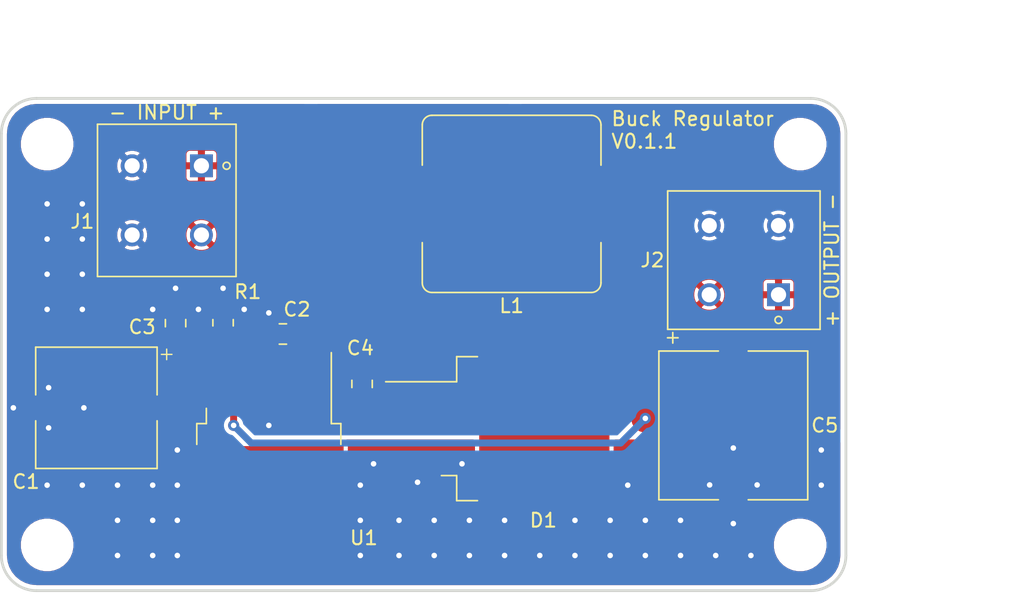
<source format=kicad_pcb>
(kicad_pcb (version 20171130) (host pcbnew "(5.1.9-0-10_14)")

  (general
    (thickness 1.6002)
    (drawings 11)
    (tracks 113)
    (zones 0)
    (modules 15)
    (nets 8)
  )

  (page A4)
  (layers
    (0 Front signal)
    (31 Back signal)
    (34 B.Paste user)
    (35 F.Paste user)
    (36 B.SilkS user)
    (37 F.SilkS user)
    (38 B.Mask user)
    (39 F.Mask user)
    (44 Edge.Cuts user)
    (45 Margin user)
    (46 B.CrtYd user hide)
    (47 F.CrtYd user)
    (49 F.Fab user)
  )

  (setup
    (last_trace_width 1)
    (user_trace_width 0.1)
    (user_trace_width 0.2)
    (user_trace_width 0.5)
    (user_trace_width 1)
    (trace_clearance 0.2)
    (zone_clearance 0.3)
    (zone_45_only no)
    (trace_min 0.1)
    (via_size 0.8)
    (via_drill 0.4)
    (via_min_size 0.45)
    (via_min_drill 0.2)
    (user_via 0.45 0.2)
    (user_via 0.8 0.4)
    (uvia_size 0.3)
    (uvia_drill 0.1)
    (uvias_allowed no)
    (uvia_min_size 0.2)
    (uvia_min_drill 0.1)
    (edge_width 0.1)
    (segment_width 0.1)
    (pcb_text_width 0.3)
    (pcb_text_size 1.5 1.5)
    (mod_edge_width 0.1)
    (mod_text_size 0.8 0.8)
    (mod_text_width 0.1)
    (pad_size 1.175 1.45)
    (pad_drill 0)
    (pad_to_mask_clearance 0)
    (solder_mask_min_width 0.1)
    (aux_axis_origin 117.856 75.438)
    (grid_origin 117.856 75.438)
    (visible_elements FFFFFF7F)
    (pcbplotparams
      (layerselection 0x010fc_ffffffff)
      (usegerberextensions false)
      (usegerberattributes true)
      (usegerberadvancedattributes true)
      (creategerberjobfile true)
      (excludeedgelayer true)
      (linewidth 0.100000)
      (plotframeref false)
      (viasonmask false)
      (mode 1)
      (useauxorigin false)
      (hpglpennumber 1)
      (hpglpenspeed 20)
      (hpglpendiameter 15.000000)
      (psnegative false)
      (psa4output false)
      (plotreference true)
      (plotvalue true)
      (plotinvisibletext false)
      (padsonsilk false)
      (subtractmaskfromsilk false)
      (outputformat 1)
      (mirror false)
      (drillshape 1)
      (scaleselection 1)
      (outputdirectory ""))
  )

  (net 0 "")
  (net 1 GND)
  (net 2 +5V)
  (net 3 +12V)
  (net 4 "Net-(R1-Pad1)")
  (net 5 "Net-(C3-Pad1)")
  (net 6 "Net-(C4-Pad2)")
  (net 7 "Net-(C4-Pad1)")

  (net_class Default "This is the default net class."
    (clearance 0.2)
    (trace_width 0.25)
    (via_dia 0.8)
    (via_drill 0.4)
    (uvia_dia 0.3)
    (uvia_drill 0.1)
    (add_net +12V)
    (add_net +5V)
    (add_net GND)
    (add_net "Net-(C3-Pad1)")
    (add_net "Net-(C4-Pad1)")
    (add_net "Net-(C4-Pad2)")
    (add_net "Net-(R1-Pad1)")
  )

  (module Capacitor_SMD:CP_Elec_8.3x8.3_Panasonic_M (layer Front) (tedit 60891520) (tstamp 6088A836)
    (at 124.714 97.79 180)
    (path /609061F1)
    (fp_text reference C1 (at 5.08 -5.334) (layer F.SilkS)
      (effects (font (size 1 1) (thickness 0.15)))
    )
    (fp_text value "180µF " (at 0 0) (layer F.Fab)
      (effects (font (size 1 1) (thickness 0.15)))
    )
    (fp_line (start -4.690999 3.8608) (end -5.452999 3.8608) (layer F.Fab) (width 0.1524))
    (fp_line (start -5.071999 3.4798) (end -5.071999 4.2418) (layer F.Fab) (width 0.1524))
    (fp_line (start -4.690999 3.8608) (end -5.452999 3.8608) (layer F.SilkS) (width 0.1))
    (fp_line (start -5.071999 3.4798) (end -5.071999 4.2418) (layer F.SilkS) (width 0.1))
    (fp_line (start -4.2545 -2.12725) (end -2.12725 -4.2545) (layer F.Fab) (width 0.1))
    (fp_line (start -4.2545 2.12725) (end -2.12725 4.2545) (layer F.Fab) (width 0.1))
    (fp_line (start -4.3815 4.3815) (end 4.3815 4.3815) (layer F.SilkS) (width 0.12))
    (fp_line (start 4.3815 4.3815) (end 4.3815 0.93914) (layer F.SilkS) (width 0.12))
    (fp_line (start 4.3815 -4.3815) (end -4.3815 -4.3815) (layer F.SilkS) (width 0.12))
    (fp_line (start -4.3815 -4.3815) (end -4.3815 -0.93914) (layer F.SilkS) (width 0.12))
    (fp_line (start -4.2545 4.2545) (end 4.2545 4.2545) (layer F.Fab) (width 0.1))
    (fp_line (start 4.2545 4.2545) (end 4.2545 -4.2545) (layer F.Fab) (width 0.1))
    (fp_line (start 4.2545 -4.2545) (end -4.2545 -4.2545) (layer F.Fab) (width 0.1))
    (fp_line (start -4.2545 -4.2545) (end -4.2545 4.2545) (layer F.Fab) (width 0.1))
    (fp_line (start -4.3815 0.93914) (end -4.3815 4.3815) (layer F.SilkS) (width 0.12))
    (fp_line (start 4.3815 -0.93914) (end 4.3815 -4.3815) (layer F.SilkS) (width 0.12))
    (fp_line (start -5.351399 0.8604) (end -5.351399 -0.8604) (layer F.CrtYd) (width 0.05))
    (fp_line (start -5.351399 -0.8604) (end -4.5085 -0.8604) (layer F.CrtYd) (width 0.05))
    (fp_line (start -4.5085 -0.8604) (end -4.5085 -4.5085) (layer F.CrtYd) (width 0.05))
    (fp_line (start -4.5085 -4.5085) (end 4.5085 -4.5085) (layer F.CrtYd) (width 0.05))
    (fp_line (start 4.5085 -4.5085) (end 4.5085 -0.8604) (layer F.CrtYd) (width 0.05))
    (fp_line (start 4.5085 -0.8604) (end 5.351399 -0.8604) (layer F.CrtYd) (width 0.05))
    (fp_line (start 5.351399 -0.8604) (end 5.351399 0.8604) (layer F.CrtYd) (width 0.05))
    (fp_line (start 5.351399 0.8604) (end 4.5085 0.8604) (layer F.CrtYd) (width 0.05))
    (fp_line (start 4.5085 0.8604) (end 4.5085 4.5085) (layer F.CrtYd) (width 0.05))
    (fp_line (start 4.5085 4.5085) (end -4.5085 4.5085) (layer F.CrtYd) (width 0.05))
    (fp_line (start -4.5085 4.5085) (end -4.5085 0.8604) (layer F.CrtYd) (width 0.05))
    (fp_line (start -4.5085 0.8604) (end -5.351399 0.8604) (layer F.CrtYd) (width 0.05))
    (fp_text user "Copyright 2016 Accelerated Designs. All rights reserved." (at 0 0) (layer Cmts.User)
      (effects (font (size 0.127 0.127) (thickness 0.002)))
    )
    (pad 1 smd rect (at -3.4496 0 180) (size 3.295599 1.212799) (layers Front F.Paste F.Mask)
      (net 3 +12V))
    (pad 2 smd rect (at 3.4496 0 180) (size 3.295599 1.212799) (layers Front F.Paste F.Mask)
      (net 1 GND))
    (model "${KISYS3DMOD}/Caps_User/8 SIZE CODE E7.STEP"
      (offset (xyz 0 0 0.5))
      (scale (xyz 1 1 1))
      (rotate (xyz -90 0 90))
    )
  )

  (module Capacitor_SMD:CP_Elec_10.3x10.3_Panasonic_M (layer Front) (tedit 608914F1) (tstamp 60891598)
    (at 170.688 99.06 270)
    (path /60909C1E)
    (fp_text reference C5 (at 0 -6.604 180) (layer F.SilkS)
      (effects (font (size 1 1) (thickness 0.15)))
    )
    (fp_text value "330µF " (at 0 0 180) (layer F.Fab)
      (effects (font (size 1 1) (thickness 0.15)))
    )
    (fp_line (start -5.4991 1.0001) (end -6.354699 1.0001) (layer F.CrtYd) (width 0.05))
    (fp_line (start -5.4991 5.4991) (end -5.4991 1.0001) (layer F.CrtYd) (width 0.05))
    (fp_line (start 5.4991 5.4991) (end -5.4991 5.4991) (layer F.CrtYd) (width 0.05))
    (fp_line (start 5.4991 1.0001) (end 5.4991 5.4991) (layer F.CrtYd) (width 0.05))
    (fp_line (start 6.354699 1.0001) (end 5.4991 1.0001) (layer F.CrtYd) (width 0.05))
    (fp_line (start 6.354699 -1.0001) (end 6.354699 1.0001) (layer F.CrtYd) (width 0.05))
    (fp_line (start 5.4991 -1.0001) (end 6.354699 -1.0001) (layer F.CrtYd) (width 0.05))
    (fp_line (start 5.4991 -5.4991) (end 5.4991 -1.0001) (layer F.CrtYd) (width 0.05))
    (fp_line (start -5.4991 -5.4991) (end 5.4991 -5.4991) (layer F.CrtYd) (width 0.05))
    (fp_line (start -5.4991 -1.0001) (end -5.4991 -5.4991) (layer F.CrtYd) (width 0.05))
    (fp_line (start -6.354699 -1.0001) (end -5.4991 -1.0001) (layer F.CrtYd) (width 0.05))
    (fp_line (start -6.354699 1.0001) (end -6.354699 -1.0001) (layer F.CrtYd) (width 0.05))
    (fp_line (start 5.3721 -1.07884) (end 5.3721 -5.3721) (layer F.SilkS) (width 0.12))
    (fp_line (start -5.3721 1.07884) (end -5.3721 5.3721) (layer F.SilkS) (width 0.12))
    (fp_line (start -5.2451 -5.2451) (end -5.2451 5.2451) (layer F.Fab) (width 0.1))
    (fp_line (start 5.2451 -5.2451) (end -5.2451 -5.2451) (layer F.Fab) (width 0.1))
    (fp_line (start 5.2451 5.2451) (end 5.2451 -5.2451) (layer F.Fab) (width 0.1))
    (fp_line (start -5.2451 5.2451) (end 5.2451 5.2451) (layer F.Fab) (width 0.1))
    (fp_line (start -5.3721 -5.3721) (end -5.3721 -1.07884) (layer F.SilkS) (width 0.12))
    (fp_line (start 5.3721 -5.3721) (end -5.3721 -5.3721) (layer F.SilkS) (width 0.12))
    (fp_line (start 5.3721 5.3721) (end 5.3721 1.07884) (layer F.SilkS) (width 0.12))
    (fp_line (start -5.3721 5.3721) (end 5.3721 5.3721) (layer F.SilkS) (width 0.12))
    (fp_line (start -5.2451 2.62255) (end -2.62255 5.2451) (layer F.Fab) (width 0.1))
    (fp_line (start -5.2451 -2.62255) (end -2.62255 -5.2451) (layer F.Fab) (width 0.1))
    (fp_line (start -6.329299 3.9878) (end -6.329299 4.7498) (layer F.SilkS) (width 0.12))
    (fp_line (start -5.948299 4.3688) (end -6.710299 4.3688) (layer F.SilkS) (width 0.12))
    (fp_line (start -6.329299 3.9878) (end -6.329299 4.7498) (layer F.Fab) (width 0.1))
    (fp_line (start -5.948299 4.3688) (end -6.710299 4.3688) (layer F.Fab) (width 0.1))
    (pad 1 smd rect (at -4.3005 0 270) (size 3.600399 1.492199) (layers Front F.Paste F.Mask)
      (net 2 +5V))
    (pad 2 smd rect (at 4.3005 0 270) (size 3.600399 1.492199) (layers Front F.Paste F.Mask)
      (net 1 GND))
    (model "${KISYS3DMOD}/Caps_User/10 SIZE CODE F12.STEP"
      (offset (xyz 0 0 0.59))
      (scale (xyz 1 1 1))
      (rotate (xyz -90 0 90))
    )
  )

  (module TerminalBlock_Phoenix:TerminalBlock_Phoenix_SPTAF-1x02_P5.00mm_Angle45 (layer Front) (tedit 6086F34C) (tstamp 60884212)
    (at 171.45 87.122 90)
    (path /60971034)
    (fp_text reference J2 (at 0 -6.604 180) (layer F.SilkS)
      (effects (font (size 1 1) (thickness 0.15)))
    )
    (fp_text value "+ OUTPUT -" (at 0 6.35 90) (layer F.SilkS)
      (effects (font (size 1 1) (thickness 0.15)))
    )
    (fp_circle (center -4.318 2.5) (end -4.064 2.5) (layer F.SilkS) (width 0.12))
    (fp_line (start -5 5.5) (end -5 -5.5) (layer F.Fab) (width 0.1))
    (fp_line (start 5 5.5) (end -5 5.5) (layer F.Fab) (width 0.1))
    (fp_line (start 5 -5.5) (end 5 5.5) (layer F.Fab) (width 0.1))
    (fp_line (start -5 -5.5) (end 5 -5.5) (layer F.Fab) (width 0.1))
    (fp_line (start -5.25 5.75) (end -5.25 -5.75) (layer F.CrtYd) (width 0.05))
    (fp_line (start 5.25 5.75) (end -5.25 5.75) (layer F.CrtYd) (width 0.05))
    (fp_line (start 5.25 -5.75) (end 5.25 5.75) (layer F.CrtYd) (width 0.05))
    (fp_line (start -5.25 -5.75) (end 5.25 -5.75) (layer F.CrtYd) (width 0.05))
    (fp_line (start -5 5.5) (end -5 -5.5) (layer F.SilkS) (width 0.12))
    (fp_line (start 5 5.5) (end -5 5.5) (layer F.SilkS) (width 0.12))
    (fp_line (start 5 -5.5) (end 5 5.5) (layer F.SilkS) (width 0.12))
    (fp_line (start -5 -5.5) (end 5 -5.5) (layer F.SilkS) (width 0.12))
    (fp_text user PHOENIX_1862275 (at 0 6.604 90) (layer F.SilkS) hide
      (effects (font (size 1 1) (thickness 0.15)))
    )
    (pad 1 thru_hole rect (at -2.5 2.5 90) (size 1.65 1.65) (drill 1.1) (layers *.Cu *.Mask)
      (net 2 +5V))
    (pad 3 thru_hole circle (at 2.5 2.5 90) (size 1.65 1.65) (drill 1.1) (layers *.Cu *.Mask)
      (net 1 GND))
    (pad 4 thru_hole circle (at 2.5 -2.5 90) (size 1.65 1.65) (drill 1.1) (layers *.Cu *.Mask)
      (net 1 GND))
    (pad 2 thru_hole circle (at -2.5 -2.5 90) (size 1.65 1.65) (drill 1.1) (layers *.Cu *.Mask)
      (net 2 +5V))
    (model ${KISYS3DMOD}/Connector_Phoenix_SPTAF.3dshapes/PhoenixContact_SPTAF-1x02_P5.00mm_Angle45.step
      (offset (xyz -5 -5.5 0))
      (scale (xyz 1 1 1))
      (rotate (xyz 0 0 0))
    )
  )

  (module TerminalBlock_Phoenix:TerminalBlock_Phoenix_SPTAF-1x02_P5.00mm_Angle45 (layer Front) (tedit 6086F34C) (tstamp 608841FC)
    (at 129.794 82.804 180)
    (path /60971042)
    (fp_text reference J1 (at 6.096 -1.524) (layer F.SilkS)
      (effects (font (size 1 1) (thickness 0.15)))
    )
    (fp_text value "- INPUT +" (at 0 6.35) (layer F.SilkS)
      (effects (font (size 1 1) (thickness 0.15)))
    )
    (fp_circle (center -4.318 2.5) (end -4.064 2.5) (layer F.SilkS) (width 0.12))
    (fp_line (start -5 5.5) (end -5 -5.5) (layer F.Fab) (width 0.1))
    (fp_line (start 5 5.5) (end -5 5.5) (layer F.Fab) (width 0.1))
    (fp_line (start 5 -5.5) (end 5 5.5) (layer F.Fab) (width 0.1))
    (fp_line (start -5 -5.5) (end 5 -5.5) (layer F.Fab) (width 0.1))
    (fp_line (start -5.25 5.75) (end -5.25 -5.75) (layer F.CrtYd) (width 0.05))
    (fp_line (start 5.25 5.75) (end -5.25 5.75) (layer F.CrtYd) (width 0.05))
    (fp_line (start 5.25 -5.75) (end 5.25 5.75) (layer F.CrtYd) (width 0.05))
    (fp_line (start -5.25 -5.75) (end 5.25 -5.75) (layer F.CrtYd) (width 0.05))
    (fp_line (start -5 5.5) (end -5 -5.5) (layer F.SilkS) (width 0.12))
    (fp_line (start 5 5.5) (end -5 5.5) (layer F.SilkS) (width 0.12))
    (fp_line (start 5 -5.5) (end 5 5.5) (layer F.SilkS) (width 0.12))
    (fp_line (start -5 -5.5) (end 5 -5.5) (layer F.SilkS) (width 0.12))
    (fp_text user PHOENIX_1862275 (at 0 6.604) (layer F.SilkS) hide
      (effects (font (size 1 1) (thickness 0.15)))
    )
    (pad 1 thru_hole rect (at -2.5 2.5 180) (size 1.65 1.65) (drill 1.1) (layers *.Cu *.Mask)
      (net 3 +12V))
    (pad 3 thru_hole circle (at 2.5 2.5 180) (size 1.65 1.65) (drill 1.1) (layers *.Cu *.Mask)
      (net 1 GND))
    (pad 4 thru_hole circle (at 2.5 -2.5 180) (size 1.65 1.65) (drill 1.1) (layers *.Cu *.Mask)
      (net 1 GND))
    (pad 2 thru_hole circle (at -2.5 -2.5 180) (size 1.65 1.65) (drill 1.1) (layers *.Cu *.Mask)
      (net 3 +12V))
    (model ${KISYS3DMOD}/Connector_Phoenix_SPTAF.3dshapes/PhoenixContact_SPTAF-1x02_P5.00mm_Angle45.step
      (offset (xyz -5 -5.5 0))
      (scale (xyz 1 1 1))
      (rotate (xyz 0 0 0))
    )
  )

  (module MountingHole:MountingHole_3.2mm_M3_DIN965 (layer Front) (tedit 56D1B4CB) (tstamp 60885CD5)
    (at 121.158 107.696)
    (descr "Mounting Hole 3.2mm, no annular, M3, DIN965")
    (tags "mounting hole 3.2mm no annular m3 din965")
    (path /6097735B)
    (attr virtual)
    (fp_text reference H4 (at 3.048 -2.54) (layer F.SilkS) hide
      (effects (font (size 1 1) (thickness 0.15)))
    )
    (fp_text value M3 (at 3.048 0) (layer F.Fab)
      (effects (font (size 1 1) (thickness 0.15)))
    )
    (fp_circle (center 0 0) (end 2.8 0) (layer Cmts.User) (width 0.15))
    (fp_circle (center 0 0) (end 3.05 0) (layer F.CrtYd) (width 0.05))
    (fp_text user %R (at 0 0) (layer F.Fab)
      (effects (font (size 1 1) (thickness 0.15)))
    )
    (pad 1 np_thru_hole circle (at 0 0) (size 3.2 3.2) (drill 3.2) (layers *.Cu *.Mask))
  )

  (module MountingHole:MountingHole_3.2mm_M3_DIN965 (layer Front) (tedit 56D1B4CB) (tstamp 6088418A)
    (at 175.514 107.696)
    (descr "Mounting Hole 3.2mm, no annular, M3, DIN965")
    (tags "mounting hole 3.2mm no annular m3 din965")
    (path /6097734D)
    (attr virtual)
    (fp_text reference H3 (at -3.81 -0.508) (layer F.SilkS) hide
      (effects (font (size 1 1) (thickness 0.15)))
    )
    (fp_text value M3 (at -3.302 0) (layer F.Fab)
      (effects (font (size 1 1) (thickness 0.15)))
    )
    (fp_circle (center 0 0) (end 2.8 0) (layer Cmts.User) (width 0.15))
    (fp_circle (center 0 0) (end 3.05 0) (layer F.CrtYd) (width 0.05))
    (fp_text user %R (at 0 0) (layer F.Fab)
      (effects (font (size 1 1) (thickness 0.15)))
    )
    (pad 1 np_thru_hole circle (at 0 0) (size 3.2 3.2) (drill 3.2) (layers *.Cu *.Mask))
  )

  (module MountingHole:MountingHole_3.2mm_M3_DIN965 (layer Front) (tedit 56D1B4CB) (tstamp 60884182)
    (at 175.514 78.74)
    (descr "Mounting Hole 3.2mm, no annular, M3, DIN965")
    (tags "mounting hole 3.2mm no annular m3 din965")
    (path /6097733F)
    (attr virtual)
    (fp_text reference H2 (at -3.81 0) (layer F.SilkS) hide
      (effects (font (size 1 1) (thickness 0.15)))
    )
    (fp_text value M3 (at -3.302 0) (layer F.Fab)
      (effects (font (size 1 1) (thickness 0.15)))
    )
    (fp_circle (center 0 0) (end 2.8 0) (layer Cmts.User) (width 0.15))
    (fp_circle (center 0 0) (end 3.05 0) (layer F.CrtYd) (width 0.05))
    (fp_text user %R (at 0 0) (layer F.Fab)
      (effects (font (size 1 1) (thickness 0.15)))
    )
    (pad 1 np_thru_hole circle (at 0 0) (size 3.2 3.2) (drill 3.2) (layers *.Cu *.Mask))
  )

  (module MountingHole:MountingHole_3.2mm_M3_DIN965 (layer Front) (tedit 56D1B4CB) (tstamp 6088417A)
    (at 121.158 78.74)
    (descr "Mounting Hole 3.2mm, no annular, M3, DIN965")
    (tags "mounting hole 3.2mm no annular m3 din965")
    (path /60977331)
    (attr virtual)
    (fp_text reference H1 (at -1.27 3.302) (layer F.SilkS) hide
      (effects (font (size 1 1) (thickness 0.15)))
    )
    (fp_text value M3 (at 0 3.048) (layer F.Fab)
      (effects (font (size 1 1) (thickness 0.15)))
    )
    (fp_circle (center 0 0) (end 2.8 0) (layer Cmts.User) (width 0.15))
    (fp_circle (center 0 0) (end 3.05 0) (layer F.CrtYd) (width 0.05))
    (fp_text user %R (at 0 0) (layer F.Fab)
      (effects (font (size 1 1) (thickness 0.15)))
    )
    (pad 1 np_thru_hole circle (at 0 0) (size 3.2 3.2) (drill 3.2) (layers *.Cu *.Mask))
  )

  (module Resistor_SMD:R_0805_2012Metric_Pad1.20x1.40mm_HandSolder (layer Front) (tedit 5F68FEEE) (tstamp 608854BA)
    (at 133.858 91.6432 90)
    (descr "Resistor SMD 0805 (2012 Metric), square (rectangular) end terminal, IPC_7351 nominal with elongated pad for handsoldering. (Body size source: IPC-SM-782 page 72, https://www.pcb-3d.com/wordpress/wp-content/uploads/ipc-sm-782a_amendment_1_and_2.pdf), generated with kicad-footprint-generator")
    (tags "resistor handsolder")
    (path /60908056)
    (attr smd)
    (fp_text reference R1 (at 2.2352 1.778 180) (layer F.SilkS)
      (effects (font (size 1 1) (thickness 0.15)))
    )
    (fp_text value 4.99kΩ (at 1.9812 0 180) (layer F.Fab)
      (effects (font (size 1 1) (thickness 0.15)))
    )
    (fp_line (start -1 0.625) (end -1 -0.625) (layer F.Fab) (width 0.1))
    (fp_line (start -1 -0.625) (end 1 -0.625) (layer F.Fab) (width 0.1))
    (fp_line (start 1 -0.625) (end 1 0.625) (layer F.Fab) (width 0.1))
    (fp_line (start 1 0.625) (end -1 0.625) (layer F.Fab) (width 0.1))
    (fp_line (start -0.227064 -0.735) (end 0.227064 -0.735) (layer F.SilkS) (width 0.12))
    (fp_line (start -0.227064 0.735) (end 0.227064 0.735) (layer F.SilkS) (width 0.12))
    (fp_line (start -1.85 0.95) (end -1.85 -0.95) (layer F.CrtYd) (width 0.05))
    (fp_line (start -1.85 -0.95) (end 1.85 -0.95) (layer F.CrtYd) (width 0.05))
    (fp_line (start 1.85 -0.95) (end 1.85 0.95) (layer F.CrtYd) (width 0.05))
    (fp_line (start 1.85 0.95) (end -1.85 0.95) (layer F.CrtYd) (width 0.05))
    (fp_text user %R (at 0 0 90) (layer F.Fab)
      (effects (font (size 0.5 0.5) (thickness 0.08)))
    )
    (pad 2 smd roundrect (at 1 0 90) (size 1.2 1.4) (layers Front F.Paste F.Mask) (roundrect_rratio 0.208333)
      (net 1 GND))
    (pad 1 smd roundrect (at -1 0 90) (size 1.2 1.4) (layers Front F.Paste F.Mask) (roundrect_rratio 0.208333)
      (net 4 "Net-(R1-Pad1)"))
    (model ${KISYS3DMOD}/Resistor_SMD.3dshapes/R_0805_2012Metric.wrl
      (at (xyz 0 0 0))
      (scale (xyz 1 1 1))
      (rotate (xyz 0 0 0))
    )
  )

  (module Capacitor_SMD:C_0805_2012Metric_Pad1.18x1.45mm_HandSolder (layer Front) (tedit 5F68FEEF) (tstamp 60880619)
    (at 130.429 91.6732 90)
    (descr "Capacitor SMD 0805 (2012 Metric), square (rectangular) end terminal, IPC_7351 nominal with elongated pad for handsoldering. (Body size source: IPC-SM-782 page 76, https://www.pcb-3d.com/wordpress/wp-content/uploads/ipc-sm-782a_amendment_1_and_2.pdf, https://docs.google.com/spreadsheets/d/1BsfQQcO9C6DZCsRaXUlFlo91Tg2WpOkGARC1WS5S8t0/edit?usp=sharing), generated with kicad-footprint-generator")
    (tags "capacitor handsolder")
    (path /609077EF)
    (attr smd)
    (fp_text reference C3 (at -0.2748 -2.413 180) (layer F.SilkS)
      (effects (font (size 1 1) (thickness 0.15)))
    )
    (fp_text value 10nF (at -0.0208 -2.921 180) (layer F.Fab)
      (effects (font (size 1 1) (thickness 0.15)))
    )
    (fp_line (start -1 0.625) (end -1 -0.625) (layer F.Fab) (width 0.1))
    (fp_line (start -1 -0.625) (end 1 -0.625) (layer F.Fab) (width 0.1))
    (fp_line (start 1 -0.625) (end 1 0.625) (layer F.Fab) (width 0.1))
    (fp_line (start 1 0.625) (end -1 0.625) (layer F.Fab) (width 0.1))
    (fp_line (start -0.261252 -0.735) (end 0.261252 -0.735) (layer F.SilkS) (width 0.12))
    (fp_line (start -0.261252 0.735) (end 0.261252 0.735) (layer F.SilkS) (width 0.12))
    (fp_line (start -1.88 0.98) (end -1.88 -0.98) (layer F.CrtYd) (width 0.05))
    (fp_line (start -1.88 -0.98) (end 1.88 -0.98) (layer F.CrtYd) (width 0.05))
    (fp_line (start 1.88 -0.98) (end 1.88 0.98) (layer F.CrtYd) (width 0.05))
    (fp_line (start 1.88 0.98) (end -1.88 0.98) (layer F.CrtYd) (width 0.05))
    (fp_text user %R (at 0 0 90) (layer F.Fab)
      (effects (font (size 0.5 0.5) (thickness 0.08)))
    )
    (pad 2 smd roundrect (at 1.0375 0 90) (size 1.175 1.45) (layers Front F.Paste F.Mask) (roundrect_rratio 0.212766)
      (net 1 GND))
    (pad 1 smd roundrect (at -1.0375 0 90) (size 1.175 1.45) (layers Front F.Paste F.Mask) (roundrect_rratio 0.212766)
      (net 5 "Net-(C3-Pad1)"))
    (model ${KISYS3DMOD}/Capacitor_SMD.3dshapes/C_0805_2012Metric.wrl
      (at (xyz 0 0 0))
      (scale (xyz 1 1 1))
      (rotate (xyz 0 0 0))
    )
  )

  (module Capacitor_SMD:C_0805_2012Metric_Pad1.18x1.45mm_HandSolder (layer Front) (tedit 5F68FEEF) (tstamp 60880608)
    (at 138.176 92.456 180)
    (descr "Capacitor SMD 0805 (2012 Metric), square (rectangular) end terminal, IPC_7351 nominal with elongated pad for handsoldering. (Body size source: IPC-SM-782 page 76, https://www.pcb-3d.com/wordpress/wp-content/uploads/ipc-sm-782a_amendment_1_and_2.pdf, https://docs.google.com/spreadsheets/d/1BsfQQcO9C6DZCsRaXUlFlo91Tg2WpOkGARC1WS5S8t0/edit?usp=sharing), generated with kicad-footprint-generator")
    (tags "capacitor handsolder")
    (path /60907036)
    (attr smd)
    (fp_text reference C2 (at -1.016 1.778) (layer F.SilkS)
      (effects (font (size 1 1) (thickness 0.15)))
    )
    (fp_text value 100nF (at -3.556 0) (layer F.Fab)
      (effects (font (size 1 1) (thickness 0.15)))
    )
    (fp_line (start -1 0.625) (end -1 -0.625) (layer F.Fab) (width 0.1))
    (fp_line (start -1 -0.625) (end 1 -0.625) (layer F.Fab) (width 0.1))
    (fp_line (start 1 -0.625) (end 1 0.625) (layer F.Fab) (width 0.1))
    (fp_line (start 1 0.625) (end -1 0.625) (layer F.Fab) (width 0.1))
    (fp_line (start -0.261252 -0.735) (end 0.261252 -0.735) (layer F.SilkS) (width 0.12))
    (fp_line (start -0.261252 0.735) (end 0.261252 0.735) (layer F.SilkS) (width 0.12))
    (fp_line (start -1.88 0.98) (end -1.88 -0.98) (layer F.CrtYd) (width 0.05))
    (fp_line (start -1.88 -0.98) (end 1.88 -0.98) (layer F.CrtYd) (width 0.05))
    (fp_line (start 1.88 -0.98) (end 1.88 0.98) (layer F.CrtYd) (width 0.05))
    (fp_line (start 1.88 0.98) (end -1.88 0.98) (layer F.CrtYd) (width 0.05))
    (fp_text user %R (at 0 0) (layer F.Fab)
      (effects (font (size 0.5 0.5) (thickness 0.08)))
    )
    (pad 2 smd roundrect (at 1.0375 0 180) (size 1.175 1.45) (layers Front F.Paste F.Mask) (roundrect_rratio 0.212766)
      (net 1 GND))
    (pad 1 smd roundrect (at -1.0375 0 180) (size 1.175 1.45) (layers Front F.Paste F.Mask) (roundrect_rratio 0.212766)
      (net 3 +12V))
    (model ${KISYS3DMOD}/Capacitor_SMD.3dshapes/C_0805_2012Metric.wrl
      (at (xyz 0 0 0))
      (scale (xyz 1 1 1))
      (rotate (xyz 0 0 0))
    )
  )

  (module Capacitor_SMD:C_0805_2012Metric_Pad1.18x1.45mm_HandSolder (layer Front) (tedit 5F68FEEF) (tstamp 608899BA)
    (at 143.891 96.0628 270)
    (descr "Capacitor SMD 0805 (2012 Metric), square (rectangular) end terminal, IPC_7351 nominal with elongated pad for handsoldering. (Body size source: IPC-SM-782 page 76, https://www.pcb-3d.com/wordpress/wp-content/uploads/ipc-sm-782a_amendment_1_and_2.pdf, https://docs.google.com/spreadsheets/d/1BsfQQcO9C6DZCsRaXUlFlo91Tg2WpOkGARC1WS5S8t0/edit?usp=sharing), generated with kicad-footprint-generator")
    (tags "capacitor handsolder")
    (path /60908CAA)
    (attr smd)
    (fp_text reference C4 (at -2.5908 0.127 180) (layer F.SilkS)
      (effects (font (size 1 1) (thickness 0.15)))
    )
    (fp_text value 10nF (at 1.9812 0.127 180) (layer F.Fab)
      (effects (font (size 1 1) (thickness 0.15)))
    )
    (fp_line (start -1 0.625) (end -1 -0.625) (layer F.Fab) (width 0.1))
    (fp_line (start -1 -0.625) (end 1 -0.625) (layer F.Fab) (width 0.1))
    (fp_line (start 1 -0.625) (end 1 0.625) (layer F.Fab) (width 0.1))
    (fp_line (start 1 0.625) (end -1 0.625) (layer F.Fab) (width 0.1))
    (fp_line (start -0.261252 -0.735) (end 0.261252 -0.735) (layer F.SilkS) (width 0.12))
    (fp_line (start -0.261252 0.735) (end 0.261252 0.735) (layer F.SilkS) (width 0.12))
    (fp_line (start -1.88 0.98) (end -1.88 -0.98) (layer F.CrtYd) (width 0.05))
    (fp_line (start -1.88 -0.98) (end 1.88 -0.98) (layer F.CrtYd) (width 0.05))
    (fp_line (start 1.88 -0.98) (end 1.88 0.98) (layer F.CrtYd) (width 0.05))
    (fp_line (start 1.88 0.98) (end -1.88 0.98) (layer F.CrtYd) (width 0.05))
    (fp_text user %R (at 0 0 90) (layer F.Fab)
      (effects (font (size 0.5 0.5) (thickness 0.08)))
    )
    (pad 2 smd roundrect (at 1.0375 0 270) (size 1.175 1.45) (layers Front F.Paste F.Mask) (roundrect_rratio 0.212766)
      (net 6 "Net-(C4-Pad2)"))
    (pad 1 smd roundrect (at -1.0375 0 270) (size 1.175 1.45) (layers Front F.Paste F.Mask) (roundrect_rratio 0.212766)
      (net 7 "Net-(C4-Pad1)"))
    (model ${KISYS3DMOD}/Capacitor_SMD.3dshapes/C_0805_2012Metric.wrl
      (at (xyz 0 0 0))
      (scale (xyz 1 1 1))
      (rotate (xyz 0 0 0))
    )
  )

  (module Package_TO_SOT_SMD:TO-263-7_TabPin8 (layer Front) (tedit 5A70FBD7) (tstamp 6087F1ED)
    (at 137.16 101.8794 270)
    (descr "TO-263 / D2PAK / DDPAK SMD package, http://www.infineon.com/cms/en/product/packages/PG-TO263/PG-TO263-7-1/")
    (tags "D2PAK DDPAK TO-263 D2PAK-7 TO-263-7 SOT-427")
    (path /60908593)
    (attr smd)
    (fp_text reference U1 (at 5.3086 -6.858 180) (layer F.SilkS)
      (effects (font (size 1 1) (thickness 0.15)))
    )
    (fp_text value LM2679SX-5.0/NOPB (at 8.6106 0 180) (layer F.Fab)
      (effects (font (size 1 1) (thickness 0.15)))
    )
    (fp_line (start 6.5 -5) (end 7.5 -5) (layer F.Fab) (width 0.1))
    (fp_line (start 7.5 -5) (end 7.5 5) (layer F.Fab) (width 0.1))
    (fp_line (start 7.5 5) (end 6.5 5) (layer F.Fab) (width 0.1))
    (fp_line (start 6.5 -5) (end 6.5 5) (layer F.Fab) (width 0.1))
    (fp_line (start 6.5 5) (end -2.75 5) (layer F.Fab) (width 0.1))
    (fp_line (start -2.75 5) (end -2.75 -4) (layer F.Fab) (width 0.1))
    (fp_line (start -2.75 -4) (end -1.75 -5) (layer F.Fab) (width 0.1))
    (fp_line (start -1.75 -5) (end 6.5 -5) (layer F.Fab) (width 0.1))
    (fp_line (start -2.64 -4.11) (end -7.45 -4.11) (layer F.Fab) (width 0.1))
    (fp_line (start -7.45 -4.11) (end -7.45 -3.51) (layer F.Fab) (width 0.1))
    (fp_line (start -7.45 -3.51) (end -2.75 -3.51) (layer F.Fab) (width 0.1))
    (fp_line (start -2.75 -2.84) (end -7.45 -2.84) (layer F.Fab) (width 0.1))
    (fp_line (start -7.45 -2.84) (end -7.45 -2.24) (layer F.Fab) (width 0.1))
    (fp_line (start -7.45 -2.24) (end -2.75 -2.24) (layer F.Fab) (width 0.1))
    (fp_line (start -2.75 -1.57) (end -7.45 -1.57) (layer F.Fab) (width 0.1))
    (fp_line (start -7.45 -1.57) (end -7.45 -0.97) (layer F.Fab) (width 0.1))
    (fp_line (start -7.45 -0.97) (end -2.75 -0.97) (layer F.Fab) (width 0.1))
    (fp_line (start -2.75 -0.3) (end -7.45 -0.3) (layer F.Fab) (width 0.1))
    (fp_line (start -7.45 -0.3) (end -7.45 0.3) (layer F.Fab) (width 0.1))
    (fp_line (start -7.45 0.3) (end -2.75 0.3) (layer F.Fab) (width 0.1))
    (fp_line (start -2.75 0.97) (end -7.45 0.97) (layer F.Fab) (width 0.1))
    (fp_line (start -7.45 0.97) (end -7.45 1.57) (layer F.Fab) (width 0.1))
    (fp_line (start -7.45 1.57) (end -2.75 1.57) (layer F.Fab) (width 0.1))
    (fp_line (start -2.75 2.24) (end -7.45 2.24) (layer F.Fab) (width 0.1))
    (fp_line (start -7.45 2.24) (end -7.45 2.84) (layer F.Fab) (width 0.1))
    (fp_line (start -7.45 2.84) (end -2.75 2.84) (layer F.Fab) (width 0.1))
    (fp_line (start -2.75 3.51) (end -7.45 3.51) (layer F.Fab) (width 0.1))
    (fp_line (start -7.45 3.51) (end -7.45 4.11) (layer F.Fab) (width 0.1))
    (fp_line (start -7.45 4.11) (end -2.75 4.11) (layer F.Fab) (width 0.1))
    (fp_line (start -1.45 -5.2) (end -2.95 -5.2) (layer F.SilkS) (width 0.12))
    (fp_line (start -2.95 -5.2) (end -2.95 -4.51) (layer F.SilkS) (width 0.12))
    (fp_line (start -2.95 -4.51) (end -8.075 -4.51) (layer F.SilkS) (width 0.12))
    (fp_line (start -1.45 5.2) (end -2.95 5.2) (layer F.SilkS) (width 0.12))
    (fp_line (start -2.95 5.2) (end -2.95 4.51) (layer F.SilkS) (width 0.12))
    (fp_line (start -2.95 4.51) (end -4.05 4.51) (layer F.SilkS) (width 0.12))
    (fp_line (start -8.32 -5.65) (end -8.32 5.65) (layer F.CrtYd) (width 0.05))
    (fp_line (start -8.32 5.65) (end 8.32 5.65) (layer F.CrtYd) (width 0.05))
    (fp_line (start 8.32 5.65) (end 8.32 -5.65) (layer F.CrtYd) (width 0.05))
    (fp_line (start 8.32 -5.65) (end -8.32 -5.65) (layer F.CrtYd) (width 0.05))
    (fp_text user %R (at 1.2446 0 180) (layer F.Fab)
      (effects (font (size 1 1) (thickness 0.15)))
    )
    (pad "" smd rect (at 0.95 2.775 270) (size 4.55 5.25) (layers F.Paste))
    (pad "" smd rect (at 5.8 -2.775 270) (size 4.55 5.25) (layers F.Paste))
    (pad "" smd rect (at 0.95 -2.775 270) (size 4.55 5.25) (layers F.Paste))
    (pad "" smd rect (at 5.8 2.775 270) (size 4.55 5.25) (layers F.Paste))
    (pad 8 smd rect (at 3.375 0 270) (size 9.4 10.8) (layers Front F.Mask))
    (pad 7 smd rect (at -5.775 3.81 270) (size 4.6 0.8) (layers Front F.Paste F.Mask)
      (net 5 "Net-(C3-Pad1)"))
    (pad 6 smd rect (at -5.775 2.54 270) (size 4.6 0.8) (layers Front F.Paste F.Mask)
      (net 2 +5V))
    (pad 5 smd rect (at -5.775 1.27 270) (size 4.6 0.8) (layers Front F.Paste F.Mask)
      (net 4 "Net-(R1-Pad1)"))
    (pad 4 smd rect (at -5.775 0 270) (size 4.6 0.8) (layers Front F.Paste F.Mask)
      (net 1 GND))
    (pad 3 smd rect (at -5.775 -1.27 270) (size 4.6 0.8) (layers Front F.Paste F.Mask)
      (net 6 "Net-(C4-Pad2)"))
    (pad 2 smd rect (at -5.775 -2.54 270) (size 4.6 0.8) (layers Front F.Paste F.Mask)
      (net 3 +12V))
    (pad 1 smd rect (at -5.775 -3.81 270) (size 4.6 0.8) (layers Front F.Paste F.Mask)
      (net 7 "Net-(C4-Pad1)"))
    (model ${KISYS3DMOD}/Package_TO_SOT_SMD.3dshapes/TO-263-7_TabPin8.wrl
      (at (xyz 0 0 0))
      (scale (xyz 1 1 1))
      (rotate (xyz 0 0 0))
    )
  )

  (module Inductor_SMD:L_Bourns_SRP1245A (layer Front) (tedit 5AD32382) (tstamp 6087F127)
    (at 154.686 83.058)
    (descr "Bourns SRP1245A series SMD inductor http://www.bourns.com/docs/Product-Datasheets/SRP1245A.pdf")
    (tags "Bourns SRP1245A SMD inductor")
    (path /608DE98F)
    (attr smd)
    (fp_text reference L1 (at 0 7.366) (layer F.SilkS)
      (effects (font (size 1 1) (thickness 0.15)))
    )
    (fp_text value "10µH 10A" (at 0 1.016) (layer F.Fab)
      (effects (font (size 1 1) (thickness 0.15)))
    )
    (fp_line (start 6.45 2.8) (end 6.45 5.7) (layer F.SilkS) (width 0.12))
    (fp_line (start -6.45 2.8) (end -6.45 5.7) (layer F.SilkS) (width 0.12))
    (fp_line (start 5.75 6.5) (end -5.75 6.5) (layer F.CrtYd) (width 0.05))
    (fp_line (start -5.75 -6.5) (end 5.75 -6.5) (layer F.CrtYd) (width 0.05))
    (fp_line (start 6.45 -5.7) (end 6.45 -2.8) (layer F.SilkS) (width 0.12))
    (fp_line (start 5.75 6.4) (end -5.75 6.4) (layer F.SilkS) (width 0.12))
    (fp_line (start -6.45 -5.75) (end -6.45 -2.8) (layer F.SilkS) (width 0.12))
    (fp_line (start -5.75 -6.4) (end 5.75 -6.4) (layer F.SilkS) (width 0.12))
    (fp_line (start 6.3 -5.7) (end 6.3 5.7) (layer F.Fab) (width 0.1))
    (fp_line (start 5.75 6.25) (end -5.75 6.25) (layer F.Fab) (width 0.1))
    (fp_line (start -6.3 -5.75) (end -6.3 5.7) (layer F.Fab) (width 0.1))
    (fp_line (start -5.75 -6.25) (end 5.75 -6.25) (layer F.Fab) (width 0.1))
    (fp_line (start 7.35 2.75) (end 6.55 2.75) (layer F.CrtYd) (width 0.05))
    (fp_line (start 7.35 -2.75) (end 6.55 -2.75) (layer F.CrtYd) (width 0.05))
    (fp_line (start 7.35 -2.75) (end 7.35 2.75) (layer F.CrtYd) (width 0.05))
    (fp_line (start 6.55 -5.7) (end 6.55 -2.75) (layer F.CrtYd) (width 0.05))
    (fp_line (start 6.55 2.75) (end 6.55 5.7) (layer F.CrtYd) (width 0.05))
    (fp_line (start -7.35 2.75) (end -7.35 -2.75) (layer F.CrtYd) (width 0.05))
    (fp_line (start -7.35 2.75) (end -6.55 2.75) (layer F.CrtYd) (width 0.05))
    (fp_line (start -6.55 -2.75) (end -6.55 -5.7) (layer F.CrtYd) (width 0.05))
    (fp_line (start -6.55 5.7) (end -6.55 2.75) (layer F.CrtYd) (width 0.05))
    (fp_line (start -7.35 -2.75) (end -6.55 -2.75) (layer F.CrtYd) (width 0.05))
    (fp_text user %R (at 0 -0.762) (layer F.Fab)
      (effects (font (size 1 1) (thickness 0.15)))
    )
    (fp_arc (start -5.75 -5.7) (end -5.75 -6.25) (angle -90) (layer F.Fab) (width 0.1))
    (fp_arc (start 5.75 -5.7) (end 6.3 -5.7) (angle -90) (layer F.Fab) (width 0.1))
    (fp_arc (start 5.75 5.7) (end 5.75 6.25) (angle -90) (layer F.Fab) (width 0.1))
    (fp_arc (start -5.75 5.7) (end -6.3 5.7) (angle -90) (layer F.Fab) (width 0.1))
    (fp_arc (start -5.75 -5.7) (end -5.75 -6.4) (angle -90) (layer F.SilkS) (width 0.12))
    (fp_arc (start -5.75 5.7) (end -6.45 5.7) (angle -90) (layer F.SilkS) (width 0.12))
    (fp_arc (start 5.75 5.7) (end 5.75 6.4) (angle -90) (layer F.SilkS) (width 0.12))
    (fp_arc (start 5.75 -5.7) (end 6.45 -5.7) (angle -90) (layer F.SilkS) (width 0.12))
    (fp_arc (start -5.75 -5.7) (end -5.75 -6.5) (angle -90) (layer F.CrtYd) (width 0.05))
    (fp_arc (start -5.75 5.7) (end -6.55 5.7) (angle -90) (layer F.CrtYd) (width 0.05))
    (fp_arc (start 5.75 5.7) (end 5.75 6.5) (angle -90) (layer F.CrtYd) (width 0.05))
    (fp_arc (start 5.75 -5.7) (end 6.55 -5.7) (angle -90) (layer F.CrtYd) (width 0.05))
    (pad 2 smd rect (at 5.55 0) (size 3.1 5) (layers Front F.Paste F.Mask)
      (net 2 +5V))
    (pad 1 smd rect (at -5.55 0) (size 3.1 5) (layers Front F.Paste F.Mask)
      (net 7 "Net-(C4-Pad1)"))
    (model ${KISYS3DMOD}/Inductor_SMD.3dshapes/L_Bourns_SRP1245A.wrl
      (at (xyz 0 0 0))
      (scale (xyz 1 1 1))
      (rotate (xyz 0 0 0))
    )
    (model "${KISYS3DMOD}/Coils_User/SRP1265A series.stp"
      (offset (xyz 0 0 4.9))
      (scale (xyz 1 1 1))
      (rotate (xyz 180 0 0))
    )
  )

  (module Package_TO_SOT_SMD:TO-263-2_TabPin1 (layer Front) (tedit 5A70FB7B) (tstamp 6088D655)
    (at 153.67 99.295)
    (descr "TO-263 / D2PAK / DDPAK SMD package, tab to pin 1, https://www.wolfspeed.com/media/downloads/137/C3D06060G.pdf")
    (tags "D2PAK DDPAK TO-263 D2PAK-3 TO-263-3 SOT-404 diode")
    (path /60909783)
    (attr smd)
    (fp_text reference D1 (at 3.302 6.623) (layer F.SilkS)
      (effects (font (size 1 1) (thickness 0.15)))
    )
    (fp_text value "850mV @ 20A" (at 2.286 6.115) (layer F.Fab)
      (effects (font (size 1 1) (thickness 0.15)))
    )
    (fp_line (start 6.5 -5) (end 7.5 -5) (layer F.Fab) (width 0.1))
    (fp_line (start 7.5 -5) (end 7.5 5) (layer F.Fab) (width 0.1))
    (fp_line (start 7.5 5) (end 6.5 5) (layer F.Fab) (width 0.1))
    (fp_line (start 6.5 -5) (end 6.5 5) (layer F.Fab) (width 0.1))
    (fp_line (start 6.5 5) (end -2.75 5) (layer F.Fab) (width 0.1))
    (fp_line (start -2.75 5) (end -2.75 -4) (layer F.Fab) (width 0.1))
    (fp_line (start -2.75 -4) (end -1.75 -5) (layer F.Fab) (width 0.1))
    (fp_line (start -1.75 -5) (end 6.5 -5) (layer F.Fab) (width 0.1))
    (fp_line (start -2.75 -3.04) (end -7.45 -3.04) (layer F.Fab) (width 0.1))
    (fp_line (start -7.45 -3.04) (end -7.45 -2.04) (layer F.Fab) (width 0.1))
    (fp_line (start -7.45 -2.04) (end -2.75 -2.04) (layer F.Fab) (width 0.1))
    (fp_line (start -2.75 2.04) (end -7.45 2.04) (layer F.Fab) (width 0.1))
    (fp_line (start -7.45 2.04) (end -7.45 3.04) (layer F.Fab) (width 0.1))
    (fp_line (start -7.45 3.04) (end -2.75 3.04) (layer F.Fab) (width 0.1))
    (fp_line (start -1.45 -5.2) (end -2.95 -5.2) (layer F.SilkS) (width 0.12))
    (fp_line (start -2.95 -5.2) (end -2.95 -3.39) (layer F.SilkS) (width 0.12))
    (fp_line (start -2.95 -3.39) (end -8.075 -3.39) (layer F.SilkS) (width 0.12))
    (fp_line (start -1.45 5.2) (end -2.95 5.2) (layer F.SilkS) (width 0.12))
    (fp_line (start -2.95 5.2) (end -2.95 3.39) (layer F.SilkS) (width 0.12))
    (fp_line (start -2.95 3.39) (end -4.05 3.39) (layer F.SilkS) (width 0.12))
    (fp_line (start -8.32 -5.65) (end -8.32 5.65) (layer F.CrtYd) (width 0.05))
    (fp_line (start -8.32 5.65) (end 8.32 5.65) (layer F.CrtYd) (width 0.05))
    (fp_line (start 8.32 5.65) (end 8.32 -5.65) (layer F.CrtYd) (width 0.05))
    (fp_line (start 8.32 -5.65) (end -8.32 -5.65) (layer F.CrtYd) (width 0.05))
    (fp_text user %R (at 2.286 -3.029) (layer F.Fab)
      (effects (font (size 1 1) (thickness 0.15)))
    )
    (pad "" smd rect (at 0.95 2.775) (size 4.55 5.25) (layers F.Paste))
    (pad "" smd rect (at 5.8 -2.775) (size 4.55 5.25) (layers F.Paste))
    (pad "" smd rect (at 0.95 -2.775) (size 4.55 5.25) (layers F.Paste))
    (pad "" smd rect (at 5.8 2.775) (size 4.55 5.25) (layers F.Paste))
    (pad 1 smd rect (at 3.375 0) (size 9.4 10.8) (layers Front F.Mask)
      (net 7 "Net-(C4-Pad1)"))
    (pad 2 smd rect (at -5.775 2.54) (size 4.6 1.1) (layers Front F.Paste F.Mask)
      (net 1 GND))
    (pad 1 smd rect (at -5.775 -2.54) (size 4.6 1.1) (layers Front F.Paste F.Mask)
      (net 7 "Net-(C4-Pad1)"))
    (model ${KISYS3DMOD}/Package_TO_SOT_SMD.3dshapes/TO-263-2.wrl
      (at (xyz 0 0 0))
      (scale (xyz 1 1 1))
      (rotate (xyz 0 0 0))
    )
  )

  (gr_text "Buck Regulator\nV0.1.1" (at 161.798 77.724) (layer F.SilkS)
    (effects (font (size 1.016 1.016) (thickness 0.1524)) (justify left))
  )
  (dimension 35.56 (width 0.1524) (layer F.Fab)
    (gr_text "35.560 mm" (at 190.2968 93.218 270) (layer F.Fab)
      (effects (font (size 1.016 1.016) (thickness 0.1524)))
    )
    (feature1 (pts (xy 181.356 110.998) (xy 189.562421 110.998)))
    (feature2 (pts (xy 181.356 75.438) (xy 189.562421 75.438)))
    (crossbar (pts (xy 188.976 75.438) (xy 188.976 110.998)))
    (arrow1a (pts (xy 188.976 110.998) (xy 188.389579 109.871496)))
    (arrow1b (pts (xy 188.976 110.998) (xy 189.562421 109.871496)))
    (arrow2a (pts (xy 188.976 75.438) (xy 188.389579 76.564504)))
    (arrow2b (pts (xy 188.976 75.438) (xy 189.562421 76.564504)))
  )
  (dimension 60.96 (width 0.1524) (layer F.Fab)
    (gr_text "60.960 mm" (at 148.336 69.0372) (layer F.Fab)
      (effects (font (size 1.016 1.016) (thickness 0.1524)))
    )
    (feature1 (pts (xy 117.856 72.898) (xy 117.856 69.771579)))
    (feature2 (pts (xy 178.816 72.898) (xy 178.816 69.771579)))
    (crossbar (pts (xy 178.816 70.358) (xy 117.856 70.358)))
    (arrow1a (pts (xy 117.856 70.358) (xy 118.982504 69.771579)))
    (arrow1b (pts (xy 117.856 70.358) (xy 118.982504 70.944421)))
    (arrow2a (pts (xy 178.816 70.358) (xy 177.689496 69.771579)))
    (arrow2b (pts (xy 178.816 70.358) (xy 177.689496 70.944421)))
  )
  (gr_arc (start 176.276 77.978) (end 178.816 77.978) (angle -90) (layer Edge.Cuts) (width 0.2))
  (gr_arc (start 176.276 108.458) (end 176.276 110.998) (angle -90) (layer Edge.Cuts) (width 0.2))
  (gr_arc (start 120.396 108.458) (end 117.856 108.458) (angle -90) (layer Edge.Cuts) (width 0.2))
  (gr_arc (start 120.396 77.978) (end 120.396 75.438) (angle -90) (layer Edge.Cuts) (width 0.2))
  (gr_line (start 117.856 108.458) (end 117.856 77.978) (layer Edge.Cuts) (width 0.2) (tstamp 608852C7))
  (gr_line (start 176.276 110.998) (end 120.396 110.998) (layer Edge.Cuts) (width 0.2))
  (gr_line (start 178.816 77.978) (end 178.816 108.458) (layer Edge.Cuts) (width 0.2))
  (gr_line (start 120.396 75.438) (end 176.276 75.438) (layer Edge.Cuts) (width 0.2))

  (via (at 133.858 89.154) (size 0.8) (drill 0.4) (layers Front Back) (net 1))
  (via (at 137.16 99.06) (size 0.8) (drill 0.4) (layers Front Back) (net 1))
  (segment (start 137.16 99.06) (end 137.16 96.1044) (width 0.5) (layer Front) (net 1))
  (via (at 128.778 90.678) (size 0.8) (drill 0.4) (layers Front Back) (net 1))
  (via (at 132.08 90.678) (size 0.8) (drill 0.4) (layers Front Back) (net 1))
  (segment (start 130.3867 90.678) (end 130.429 90.6357) (width 0.5) (layer Front) (net 1))
  (segment (start 128.778 90.678) (end 130.3867 90.678) (width 0.5) (layer Front) (net 1))
  (segment (start 130.4713 90.678) (end 130.429 90.6357) (width 0.5) (layer Front) (net 1))
  (segment (start 132.08 90.678) (end 130.4713 90.678) (width 0.5) (layer Front) (net 1))
  (segment (start 133.8232 90.678) (end 133.858 90.6432) (width 0.5) (layer Front) (net 1))
  (segment (start 132.08 90.678) (end 133.8232 90.678) (width 0.5) (layer Front) (net 1))
  (via (at 135.382 90.678) (size 0.8) (drill 0.4) (layers Front Back) (net 1))
  (segment (start 133.8928 90.678) (end 133.858 90.6432) (width 0.5) (layer Front) (net 1))
  (segment (start 135.382 90.678) (end 133.8928 90.678) (width 0.5) (layer Front) (net 1))
  (via (at 137.16 90.932) (size 0.8) (drill 0.4) (layers Front Back) (net 1))
  (via (at 130.429 89.154) (size 0.8) (drill 0.4) (layers Front Back) (net 1))
  (segment (start 133.858 89.154) (end 133.858 90.6432) (width 0.5) (layer Front) (net 1))
  (segment (start 130.429 89.1032) (end 130.429 90.6357) (width 0.5) (layer Front) (net 1))
  (via (at 123.698 90.678) (size 0.8) (drill 0.4) (layers Front Back) (net 1))
  (via (at 123.698 88.138) (size 0.8) (drill 0.4) (layers Front Back) (net 1))
  (via (at 130.556 100.838) (size 0.8) (drill 0.4) (layers Front Back) (net 1))
  (via (at 130.556 103.378) (size 0.8) (drill 0.4) (layers Front Back) (net 1))
  (via (at 130.556 105.918) (size 0.8) (drill 0.4) (layers Front Back) (net 1))
  (via (at 130.556 108.458) (size 0.8) (drill 0.4) (layers Front Back) (net 1))
  (via (at 143.764 108.458) (size 0.8) (drill 0.4) (layers Front Back) (net 1))
  (via (at 143.764 105.918) (size 0.8) (drill 0.4) (layers Front Back) (net 1))
  (via (at 143.764 103.378) (size 0.8) (drill 0.4) (layers Front Back) (net 1))
  (via (at 121.158 90.678) (size 0.8) (drill 0.4) (layers Front Back) (net 1))
  (via (at 121.158 88.138) (size 0.8) (drill 0.4) (layers Front Back) (net 1))
  (via (at 121.158 85.598) (size 0.8) (drill 0.4) (layers Front Back) (net 1))
  (via (at 121.158 83.058) (size 0.8) (drill 0.4) (layers Front Back) (net 1))
  (via (at 121.158 103.378) (size 0.8) (drill 0.4) (layers Front Back) (net 1))
  (via (at 123.698 103.378) (size 0.8) (drill 0.4) (layers Front Back) (net 1))
  (via (at 126.238 103.378) (size 0.8) (drill 0.4) (layers Front Back) (net 1))
  (via (at 126.238 105.918) (size 0.8) (drill 0.4) (layers Front Back) (net 1))
  (via (at 128.778 103.378) (size 0.8) (drill 0.4) (layers Front Back) (net 1))
  (via (at 128.778 105.918) (size 0.8) (drill 0.4) (layers Front Back) (net 1))
  (via (at 128.778 108.458) (size 0.8) (drill 0.4) (layers Front Back) (net 1))
  (via (at 126.238 108.458) (size 0.8) (drill 0.4) (layers Front Back) (net 1))
  (via (at 146.558 105.918) (size 0.8) (drill 0.4) (layers Front Back) (net 1))
  (via (at 149.098 105.918) (size 0.8) (drill 0.4) (layers Front Back) (net 1))
  (via (at 151.638 105.918) (size 0.8) (drill 0.4) (layers Front Back) (net 1))
  (via (at 154.178 105.918) (size 0.8) (drill 0.4) (layers Front Back) (net 1))
  (via (at 159.258 105.918) (size 0.8) (drill 0.4) (layers Front Back) (net 1))
  (via (at 161.798 105.918) (size 0.8) (drill 0.4) (layers Front Back) (net 1))
  (via (at 164.338 105.918) (size 0.8) (drill 0.4) (layers Front Back) (net 1))
  (via (at 166.878 105.918) (size 0.8) (drill 0.4) (layers Front Back) (net 1))
  (via (at 146.558 108.458) (size 0.8) (drill 0.4) (layers Front Back) (net 1))
  (via (at 149.098 108.458) (size 0.8) (drill 0.4) (layers Front Back) (net 1))
  (via (at 151.638 108.458) (size 0.8) (drill 0.4) (layers Front Back) (net 1))
  (via (at 154.178 108.458) (size 0.8) (drill 0.4) (layers Front Back) (net 1))
  (via (at 156.718 108.458) (size 0.8) (drill 0.4) (layers Front Back) (net 1))
  (via (at 159.258 108.458) (size 0.8) (drill 0.4) (layers Front Back) (net 1))
  (via (at 161.798 108.458) (size 0.8) (drill 0.4) (layers Front Back) (net 1))
  (via (at 164.338 108.458) (size 0.8) (drill 0.4) (layers Front Back) (net 1))
  (via (at 166.878 108.458) (size 0.8) (drill 0.4) (layers Front Back) (net 1))
  (via (at 169.418 108.458) (size 0.8) (drill 0.4) (layers Front Back) (net 1))
  (via (at 171.958 108.458) (size 0.8) (drill 0.4) (layers Front Back) (net 1))
  (via (at 163.068 103.378) (size 0.8) (drill 0.4) (layers Front Back) (net 1))
  (via (at 177.038 103.378) (size 0.8) (drill 0.4) (layers Front Back) (net 1))
  (via (at 177.038 100.838) (size 0.8) (drill 0.4) (layers Front Back) (net 1))
  (via (at 123.698 83.058) (size 0.8) (drill 0.4) (layers Front Back) (net 1))
  (segment (start 170.688 103.3605) (end 170.688 106.15168) (width 0.5) (layer Front) (net 1))
  (segment (start 170.688 103.3605) (end 170.688 100.69322) (width 0.5) (layer Front) (net 1))
  (segment (start 170.688 103.3605) (end 172.4073 103.3605) (width 0.5) (layer Front) (net 1))
  (segment (start 170.688 103.3605) (end 168.97886 103.3605) (width 0.5) (layer Front) (net 1))
  (segment (start 121.2644 97.79) (end 121.2644 96.33486) (width 0.5) (layer Front) (net 1))
  (segment (start 121.2644 97.79) (end 121.2644 99.23808) (width 0.5) (layer Front) (net 1))
  (segment (start 121.2644 97.79) (end 123.80976 97.79) (width 0.5) (layer Front) (net 1))
  (segment (start 121.2644 97.79) (end 118.7196 97.79) (width 0.5) (layer Front) (net 1))
  (segment (start 147.895 101.835) (end 147.895 103.16622) (width 0.5) (layer Front) (net 1))
  (segment (start 147.895 101.835) (end 144.72026 101.835) (width 0.5) (layer Front) (net 1))
  (segment (start 147.895 101.835) (end 151.10328 101.835) (width 0.5) (layer Front) (net 1))
  (via (at 147.895 103.16622) (size 0.8) (drill 0.4) (layers Front Back) (net 1))
  (via (at 151.10328 101.835) (size 0.8) (drill 0.4) (layers Front Back) (net 1))
  (via (at 144.72026 101.835) (size 0.8) (drill 0.4) (layers Front Back) (net 1))
  (via (at 170.688 106.15168) (size 0.8) (drill 0.4) (layers Front Back) (net 1))
  (via (at 168.97886 103.3605) (size 0.8) (drill 0.4) (layers Front Back) (net 1))
  (via (at 172.4073 103.3605) (size 0.8) (drill 0.4) (layers Front Back) (net 1))
  (via (at 170.688 100.69322) (size 0.8) (drill 0.4) (layers Front Back) (net 1))
  (via (at 123.80976 97.79) (size 0.8) (drill 0.4) (layers Front Back) (net 1))
  (via (at 118.7196 97.79) (size 0.8) (drill 0.4) (layers Front Back) (net 1))
  (via (at 121.2644 96.33486) (size 0.8) (drill 0.4) (layers Front Back) (net 1))
  (via (at 121.2644 99.23808) (size 0.8) (drill 0.4) (layers Front Back) (net 1))
  (via (at 123.698 85.598) (size 0.8) (drill 0.4) (layers Front Back) (net 1))
  (segment (start 137.16 92.4775) (end 137.1385 92.456) (width 0.5) (layer Front) (net 1))
  (segment (start 137.16 96.1044) (end 137.16 92.4775) (width 0.5) (layer Front) (net 1))
  (segment (start 137.16 92.4345) (end 137.1385 92.456) (width 0.5) (layer Front) (net 1))
  (segment (start 137.16 90.932) (end 137.16 92.4345) (width 0.5) (layer Front) (net 1))
  (segment (start 134.62 96.1044) (end 134.62 99.06) (width 0.5) (layer Front) (net 2))
  (via (at 134.62 99.06) (size 0.8) (drill 0.4) (layers Front Back) (net 2))
  (via (at 164.338 98.552) (size 0.8) (drill 0.4) (layers Front Back) (net 2))
  (segment (start 162.56 100.33) (end 164.338 98.552) (width 0.5) (layer Back) (net 2))
  (segment (start 135.89 100.33) (end 162.56 100.33) (width 0.5) (layer Back) (net 2))
  (segment (start 134.62 99.06) (end 135.89 100.33) (width 0.5) (layer Back) (net 2))
  (segment (start 139.192 92.2235) (end 139.192 93.218) (width 0.5) (layer Front) (net 3))
  (segment (start 139.7 93.726) (end 139.7 96.1044) (width 0.5) (layer Front) (net 3))
  (segment (start 139.192 93.218) (end 139.7 93.726) (width 0.5) (layer Front) (net 3))
  (segment (start 139.2135 92.202) (end 139.192 92.2235) (width 0.5) (layer Front) (net 3))
  (segment (start 139.2135 92.202) (end 139.2135 90.4455) (width 0.5) (layer Front) (net 3))
  (segment (start 135.0612 92.6432) (end 135.89 93.472) (width 0.5) (layer Front) (net 4))
  (segment (start 135.89 93.472) (end 135.89 96.1044) (width 0.5) (layer Front) (net 4))
  (segment (start 133.858 92.6432) (end 135.0612 92.6432) (width 0.5) (layer Front) (net 4))
  (segment (start 131.9184 96.1044) (end 133.35 96.1044) (width 0.5) (layer Front) (net 5))
  (segment (start 130.429 94.615) (end 131.9184 96.1044) (width 0.5) (layer Front) (net 5))
  (segment (start 130.429 92.7107) (end 130.429 94.615) (width 0.5) (layer Front) (net 5))
  (segment (start 143.891 98.679) (end 143.891 97.1003) (width 0.5) (layer Front) (net 6))
  (segment (start 138.938 99.314) (end 143.256 99.314) (width 0.5) (layer Front) (net 6))
  (segment (start 138.43 98.806) (end 138.938 99.314) (width 0.5) (layer Front) (net 6))
  (segment (start 143.256 99.314) (end 143.891 98.679) (width 0.5) (layer Front) (net 6))
  (segment (start 138.43 96.1044) (end 138.43 98.806) (width 0.5) (layer Front) (net 6))
  (segment (start 140.97 96.1044) (end 140.97 92.71) (width 0.5) (layer Front) (net 7))
  (segment (start 140.97 96.1044) (end 142.0784 96.1044) (width 0.5) (layer Front) (net 7))

  (zone (net 1) (net_name GND) (layer Front) (tstamp 0) (hatch edge 0.508)
    (connect_pads (clearance 0.3))
    (min_thickness 0.254)
    (fill yes (arc_segments 32) (thermal_gap 0.254) (thermal_bridge_width 0.508) (smoothing fillet) (radius 1))
    (polygon
      (pts
        (xy 129.286 87.122) (xy 124.46 87.122) (xy 124.46 100.076) (xy 178.816 100.076) (xy 178.816 110.998)
        (xy 117.856 110.998) (xy 117.856 75.438) (xy 129.286 75.438)
      )
    )
    (filled_polygon
      (pts
        (xy 129.091978 76.10415) (xy 129.141624 76.267811) (xy 129.159 76.444234) (xy 129.159 86.115766) (xy 129.141624 86.292189)
        (xy 129.091978 86.45585) (xy 129.011362 86.606672) (xy 128.90287 86.73887) (xy 128.770672 86.847362) (xy 128.61985 86.927978)
        (xy 128.456189 86.977624) (xy 128.279766 86.995) (xy 125.46 86.995) (xy 125.447552 86.995612) (xy 125.252462 87.014827)
        (xy 125.228044 87.019683) (xy 125.040451 87.076588) (xy 125.01745 87.086116) (xy 124.844563 87.178526) (xy 124.823862 87.192358)
        (xy 124.672325 87.316721) (xy 124.654721 87.334325) (xy 124.530358 87.485862) (xy 124.516526 87.506563) (xy 124.424116 87.67945)
        (xy 124.414588 87.702451) (xy 124.357683 87.890044) (xy 124.352827 87.914462) (xy 124.333612 88.109552) (xy 124.333 88.122)
        (xy 124.333 99.076) (xy 124.333612 99.088448) (xy 124.352827 99.283538) (xy 124.357683 99.307956) (xy 124.414588 99.495549)
        (xy 124.424116 99.51855) (xy 124.516526 99.691437) (xy 124.530358 99.712138) (xy 124.654721 99.863675) (xy 124.672325 99.881279)
        (xy 124.823862 100.005642) (xy 124.844563 100.019474) (xy 125.01745 100.111884) (xy 125.040451 100.121412) (xy 125.228044 100.178317)
        (xy 125.252462 100.183173) (xy 125.447552 100.202388) (xy 125.46 100.203) (xy 131.515099 100.203) (xy 131.456605 100.251005)
        (xy 131.403245 100.316024) (xy 131.363595 100.390204) (xy 131.339178 100.470693) (xy 131.330934 100.5544) (xy 131.330934 109.9544)
        (xy 131.339178 110.038107) (xy 131.363595 110.118596) (xy 131.403245 110.192776) (xy 131.456605 110.257795) (xy 131.521624 110.311155)
        (xy 131.595804 110.350805) (xy 131.676293 110.375222) (xy 131.76 110.383466) (xy 142.56 110.383466) (xy 142.643707 110.375222)
        (xy 142.724196 110.350805) (xy 142.798376 110.311155) (xy 142.863395 110.257795) (xy 142.916755 110.192776) (xy 142.956405 110.118596)
        (xy 142.980822 110.038107) (xy 142.989066 109.9544) (xy 142.989066 107.496358) (xy 173.487 107.496358) (xy 173.487 107.895642)
        (xy 173.564896 108.287254) (xy 173.717696 108.656145) (xy 173.939526 108.988137) (xy 174.221863 109.270474) (xy 174.553855 109.492304)
        (xy 174.922746 109.645104) (xy 175.314358 109.723) (xy 175.713642 109.723) (xy 176.105254 109.645104) (xy 176.474145 109.492304)
        (xy 176.806137 109.270474) (xy 177.088474 108.988137) (xy 177.310304 108.656145) (xy 177.463104 108.287254) (xy 177.541 107.895642)
        (xy 177.541 107.496358) (xy 177.463104 107.104746) (xy 177.310304 106.735855) (xy 177.088474 106.403863) (xy 176.806137 106.121526)
        (xy 176.474145 105.899696) (xy 176.105254 105.746896) (xy 175.713642 105.669) (xy 175.314358 105.669) (xy 174.922746 105.746896)
        (xy 174.553855 105.899696) (xy 174.221863 106.121526) (xy 173.939526 106.403863) (xy 173.717696 106.735855) (xy 173.564896 107.104746)
        (xy 173.487 107.496358) (xy 142.989066 107.496358) (xy 142.989066 105.160699) (xy 169.559058 105.160699) (xy 169.566414 105.235388)
        (xy 169.5882 105.307207) (xy 169.623579 105.373395) (xy 169.67119 105.43141) (xy 169.729205 105.479021) (xy 169.795393 105.5144)
        (xy 169.867212 105.536186) (xy 169.941901 105.543542) (xy 170.46575 105.541699) (xy 170.561 105.446449) (xy 170.561 103.4875)
        (xy 170.815 103.4875) (xy 170.815 105.446449) (xy 170.91025 105.541699) (xy 171.434099 105.543542) (xy 171.508788 105.536186)
        (xy 171.580607 105.5144) (xy 171.646795 105.479021) (xy 171.70481 105.43141) (xy 171.752421 105.373395) (xy 171.7878 105.307207)
        (xy 171.809586 105.235388) (xy 171.816942 105.160699) (xy 171.815099 103.58275) (xy 171.719849 103.4875) (xy 170.815 103.4875)
        (xy 170.561 103.4875) (xy 169.656151 103.4875) (xy 169.560901 103.58275) (xy 169.559058 105.160699) (xy 142.989066 105.160699)
        (xy 142.989066 102.385) (xy 145.212157 102.385) (xy 145.219513 102.459689) (xy 145.241299 102.531508) (xy 145.276678 102.597696)
        (xy 145.324289 102.655711) (xy 145.382304 102.703322) (xy 145.448492 102.738701) (xy 145.520311 102.760487) (xy 145.595 102.767843)
        (xy 147.67275 102.766) (xy 147.768 102.67075) (xy 147.768 101.962) (xy 148.022 101.962) (xy 148.022 102.67075)
        (xy 148.11725 102.766) (xy 150.195 102.767843) (xy 150.269689 102.760487) (xy 150.341508 102.738701) (xy 150.407696 102.703322)
        (xy 150.465711 102.655711) (xy 150.513322 102.597696) (xy 150.548701 102.531508) (xy 150.570487 102.459689) (xy 150.577843 102.385)
        (xy 150.576 102.05725) (xy 150.48075 101.962) (xy 148.022 101.962) (xy 147.768 101.962) (xy 145.30925 101.962)
        (xy 145.214 102.05725) (xy 145.212157 102.385) (xy 142.989066 102.385) (xy 142.989066 101.285) (xy 145.212157 101.285)
        (xy 145.214 101.61275) (xy 145.30925 101.708) (xy 147.768 101.708) (xy 147.768 100.99925) (xy 148.022 100.99925)
        (xy 148.022 101.708) (xy 150.48075 101.708) (xy 150.576 101.61275) (xy 150.577843 101.285) (xy 150.570487 101.210311)
        (xy 150.548701 101.138492) (xy 150.513322 101.072304) (xy 150.465711 101.014289) (xy 150.407696 100.966678) (xy 150.341508 100.931299)
        (xy 150.269689 100.909513) (xy 150.195 100.902157) (xy 148.11725 100.904) (xy 148.022 100.99925) (xy 147.768 100.99925)
        (xy 147.67275 100.904) (xy 145.595 100.902157) (xy 145.520311 100.909513) (xy 145.448492 100.931299) (xy 145.382304 100.966678)
        (xy 145.324289 101.014289) (xy 145.276678 101.072304) (xy 145.241299 101.138492) (xy 145.219513 101.210311) (xy 145.212157 101.285)
        (xy 142.989066 101.285) (xy 142.989066 100.5544) (xy 142.980822 100.470693) (xy 142.956405 100.390204) (xy 142.916755 100.316024)
        (xy 142.863395 100.251005) (xy 142.804901 100.203) (xy 151.915934 100.203) (xy 151.915934 104.695) (xy 151.924178 104.778707)
        (xy 151.948595 104.859196) (xy 151.988245 104.933376) (xy 152.041605 104.998395) (xy 152.106624 105.051755) (xy 152.180804 105.091405)
        (xy 152.261293 105.115822) (xy 152.345 105.124066) (xy 161.745 105.124066) (xy 161.828707 105.115822) (xy 161.909196 105.091405)
        (xy 161.983376 105.051755) (xy 162.048395 104.998395) (xy 162.101755 104.933376) (xy 162.141405 104.859196) (xy 162.165822 104.778707)
        (xy 162.174066 104.695) (xy 162.174066 101.560301) (xy 169.559058 101.560301) (xy 169.560901 103.13825) (xy 169.656151 103.2335)
        (xy 170.561 103.2335) (xy 170.561 101.274551) (xy 170.815 101.274551) (xy 170.815 103.2335) (xy 171.719849 103.2335)
        (xy 171.815099 103.13825) (xy 171.816942 101.560301) (xy 171.809586 101.485612) (xy 171.7878 101.413793) (xy 171.752421 101.347605)
        (xy 171.70481 101.28959) (xy 171.646795 101.241979) (xy 171.580607 101.2066) (xy 171.508788 101.184814) (xy 171.434099 101.177458)
        (xy 170.91025 101.179301) (xy 170.815 101.274551) (xy 170.561 101.274551) (xy 170.46575 101.179301) (xy 169.941901 101.177458)
        (xy 169.867212 101.184814) (xy 169.795393 101.2066) (xy 169.729205 101.241979) (xy 169.67119 101.28959) (xy 169.623579 101.347605)
        (xy 169.5882 101.413793) (xy 169.566414 101.485612) (xy 169.559058 101.560301) (xy 162.174066 101.560301) (xy 162.174066 100.203)
        (xy 177.809766 100.203) (xy 177.986189 100.220376) (xy 178.14985 100.270022) (xy 178.289001 100.3444) (xy 178.289001 108.432214)
        (xy 178.248183 108.848505) (xy 178.134776 109.224129) (xy 177.950568 109.570575) (xy 177.702574 109.874647) (xy 177.400243 110.124757)
        (xy 177.05509 110.31138) (xy 176.68026 110.42741) (xy 176.265524 110.471) (xy 120.421776 110.471) (xy 120.005495 110.430183)
        (xy 119.629871 110.316776) (xy 119.283425 110.132568) (xy 118.979353 109.884574) (xy 118.729243 109.582243) (xy 118.54262 109.23709)
        (xy 118.42659 108.86226) (xy 118.383 108.447524) (xy 118.383 107.496358) (xy 119.131 107.496358) (xy 119.131 107.895642)
        (xy 119.208896 108.287254) (xy 119.361696 108.656145) (xy 119.583526 108.988137) (xy 119.865863 109.270474) (xy 120.197855 109.492304)
        (xy 120.566746 109.645104) (xy 120.958358 109.723) (xy 121.357642 109.723) (xy 121.749254 109.645104) (xy 122.118145 109.492304)
        (xy 122.450137 109.270474) (xy 122.732474 108.988137) (xy 122.954304 108.656145) (xy 123.107104 108.287254) (xy 123.185 107.895642)
        (xy 123.185 107.496358) (xy 123.107104 107.104746) (xy 122.954304 106.735855) (xy 122.732474 106.403863) (xy 122.450137 106.121526)
        (xy 122.118145 105.899696) (xy 121.749254 105.746896) (xy 121.357642 105.669) (xy 120.958358 105.669) (xy 120.566746 105.746896)
        (xy 120.197855 105.899696) (xy 119.865863 106.121526) (xy 119.583526 106.403863) (xy 119.361696 106.735855) (xy 119.208896 107.104746)
        (xy 119.131 107.496358) (xy 118.383 107.496358) (xy 118.383 98.396399) (xy 119.233758 98.396399) (xy 119.241114 98.471088)
        (xy 119.2629 98.542907) (xy 119.298279 98.609095) (xy 119.34589 98.66711) (xy 119.403905 98.714721) (xy 119.470093 98.7501)
        (xy 119.541912 98.771886) (xy 119.616601 98.779242) (xy 121.04215 98.777399) (xy 121.1374 98.682149) (xy 121.1374 97.917)
        (xy 121.3914 97.917) (xy 121.3914 98.682149) (xy 121.48665 98.777399) (xy 122.912199 98.779242) (xy 122.986888 98.771886)
        (xy 123.058707 98.7501) (xy 123.124895 98.714721) (xy 123.18291 98.66711) (xy 123.230521 98.609095) (xy 123.2659 98.542907)
        (xy 123.287686 98.471088) (xy 123.295042 98.396399) (xy 123.293199 98.01225) (xy 123.197949 97.917) (xy 121.3914 97.917)
        (xy 121.1374 97.917) (xy 119.330851 97.917) (xy 119.235601 98.01225) (xy 119.233758 98.396399) (xy 118.383 98.396399)
        (xy 118.383 97.183601) (xy 119.233758 97.183601) (xy 119.235601 97.56775) (xy 119.330851 97.663) (xy 121.1374 97.663)
        (xy 121.1374 96.897851) (xy 121.3914 96.897851) (xy 121.3914 97.663) (xy 123.197949 97.663) (xy 123.293199 97.56775)
        (xy 123.295042 97.183601) (xy 123.287686 97.108912) (xy 123.2659 97.037093) (xy 123.230521 96.970905) (xy 123.18291 96.91289)
        (xy 123.124895 96.865279) (xy 123.058707 96.8299) (xy 122.986888 96.808114) (xy 122.912199 96.800758) (xy 121.48665 96.802601)
        (xy 121.3914 96.897851) (xy 121.1374 96.897851) (xy 121.04215 96.802601) (xy 119.616601 96.800758) (xy 119.541912 96.808114)
        (xy 119.470093 96.8299) (xy 119.403905 96.865279) (xy 119.34589 96.91289) (xy 119.298279 96.970905) (xy 119.2629 97.037093)
        (xy 119.241114 97.108912) (xy 119.233758 97.183601) (xy 118.383 97.183601) (xy 118.383 86.178224) (xy 126.599381 86.178224)
        (xy 126.688369 86.353645) (xy 126.904782 86.451629) (xy 127.136151 86.50551) (xy 127.373587 86.513218) (xy 127.607964 86.474457)
        (xy 127.830275 86.390716) (xy 127.899631 86.353645) (xy 127.988619 86.178224) (xy 127.294 85.483605) (xy 126.599381 86.178224)
        (xy 118.383 86.178224) (xy 118.383 85.383587) (xy 126.084782 85.383587) (xy 126.123543 85.617964) (xy 126.207284 85.840275)
        (xy 126.244355 85.909631) (xy 126.419776 85.998619) (xy 127.114395 85.304) (xy 127.473605 85.304) (xy 128.168224 85.998619)
        (xy 128.343645 85.909631) (xy 128.441629 85.693218) (xy 128.49551 85.461849) (xy 128.503218 85.224413) (xy 128.464457 84.990036)
        (xy 128.380716 84.767725) (xy 128.343645 84.698369) (xy 128.168224 84.609381) (xy 127.473605 85.304) (xy 127.114395 85.304)
        (xy 126.419776 84.609381) (xy 126.244355 84.698369) (xy 126.146371 84.914782) (xy 126.09249 85.146151) (xy 126.084782 85.383587)
        (xy 118.383 85.383587) (xy 118.383 84.429776) (xy 126.599381 84.429776) (xy 127.294 85.124395) (xy 127.988619 84.429776)
        (xy 127.899631 84.254355) (xy 127.683218 84.156371) (xy 127.451849 84.10249) (xy 127.214413 84.094782) (xy 126.980036 84.133543)
        (xy 126.757725 84.217284) (xy 126.688369 84.254355) (xy 126.599381 84.429776) (xy 118.383 84.429776) (xy 118.383 81.178224)
        (xy 126.599381 81.178224) (xy 126.688369 81.353645) (xy 126.904782 81.451629) (xy 127.136151 81.50551) (xy 127.373587 81.513218)
        (xy 127.607964 81.474457) (xy 127.830275 81.390716) (xy 127.899631 81.353645) (xy 127.988619 81.178224) (xy 127.294 80.483605)
        (xy 126.599381 81.178224) (xy 118.383 81.178224) (xy 118.383 78.540358) (xy 119.131 78.540358) (xy 119.131 78.939642)
        (xy 119.208896 79.331254) (xy 119.361696 79.700145) (xy 119.583526 80.032137) (xy 119.865863 80.314474) (xy 120.197855 80.536304)
        (xy 120.566746 80.689104) (xy 120.958358 80.767) (xy 121.357642 80.767) (xy 121.749254 80.689104) (xy 122.118145 80.536304)
        (xy 122.346702 80.383587) (xy 126.084782 80.383587) (xy 126.123543 80.617964) (xy 126.207284 80.840275) (xy 126.244355 80.909631)
        (xy 126.419776 80.998619) (xy 127.114395 80.304) (xy 127.473605 80.304) (xy 128.168224 80.998619) (xy 128.343645 80.909631)
        (xy 128.441629 80.693218) (xy 128.49551 80.461849) (xy 128.503218 80.224413) (xy 128.464457 79.990036) (xy 128.380716 79.767725)
        (xy 128.343645 79.698369) (xy 128.168224 79.609381) (xy 127.473605 80.304) (xy 127.114395 80.304) (xy 126.419776 79.609381)
        (xy 126.244355 79.698369) (xy 126.146371 79.914782) (xy 126.09249 80.146151) (xy 126.084782 80.383587) (xy 122.346702 80.383587)
        (xy 122.450137 80.314474) (xy 122.732474 80.032137) (xy 122.954304 79.700145) (xy 123.066294 79.429776) (xy 126.599381 79.429776)
        (xy 127.294 80.124395) (xy 127.988619 79.429776) (xy 127.899631 79.254355) (xy 127.683218 79.156371) (xy 127.451849 79.10249)
        (xy 127.214413 79.094782) (xy 126.980036 79.133543) (xy 126.757725 79.217284) (xy 126.688369 79.254355) (xy 126.599381 79.429776)
        (xy 123.066294 79.429776) (xy 123.107104 79.331254) (xy 123.185 78.939642) (xy 123.185 78.540358) (xy 123.107104 78.148746)
        (xy 122.954304 77.779855) (xy 122.732474 77.447863) (xy 122.450137 77.165526) (xy 122.118145 76.943696) (xy 121.749254 76.790896)
        (xy 121.357642 76.713) (xy 120.958358 76.713) (xy 120.566746 76.790896) (xy 120.197855 76.943696) (xy 119.865863 77.165526)
        (xy 119.583526 77.447863) (xy 119.361696 77.779855) (xy 119.208896 78.148746) (xy 119.131 78.540358) (xy 118.383 78.540358)
        (xy 118.383 78.003776) (xy 118.423817 77.587494) (xy 118.537227 77.211864) (xy 118.721434 76.865421) (xy 118.969426 76.561353)
        (xy 119.271757 76.311243) (xy 119.61691 76.12462) (xy 119.991741 76.00859) (xy 120.406477 75.965) (xy 129.017601 75.965)
      )
    )
  )
  (zone (net 7) (net_name "Net-(C4-Pad1)") (layer Front) (tstamp 0) (hatch edge 0.508)
    (connect_pads (clearance 0.3))
    (min_thickness 0.254)
    (fill yes (arc_segments 32) (thermal_gap 0.254) (thermal_bridge_width 0.508) (smoothing fillet) (radius 1))
    (polygon
      (pts
        (xy 154.686 92.964) (xy 162.814 92.964) (xy 162.814 99.568) (xy 141.732 99.568) (xy 141.732 93.472)
        (xy 140.462 93.472) (xy 140.462 75.438) (xy 154.686 75.438)
      )
    )
    (filled_polygon
      (pts
        (xy 154.491978 76.10415) (xy 154.541624 76.267811) (xy 154.559 76.444234) (xy 154.559 91.964) (xy 154.559612 91.976448)
        (xy 154.578827 92.171538) (xy 154.583683 92.195956) (xy 154.640588 92.383549) (xy 154.650116 92.40655) (xy 154.742526 92.579437)
        (xy 154.756358 92.600138) (xy 154.880721 92.751675) (xy 154.898325 92.769279) (xy 155.049862 92.893642) (xy 155.070563 92.907474)
        (xy 155.24345 92.999884) (xy 155.266451 93.009412) (xy 155.454044 93.066317) (xy 155.478462 93.071173) (xy 155.673552 93.090388)
        (xy 155.686 93.091) (xy 161.807766 93.091) (xy 161.984189 93.108376) (xy 162.14785 93.158022) (xy 162.298672 93.238638)
        (xy 162.43087 93.34713) (xy 162.539362 93.479328) (xy 162.619978 93.63015) (xy 162.669624 93.793811) (xy 162.687 93.970234)
        (xy 162.687 98.561766) (xy 162.669624 98.738189) (xy 162.619978 98.90185) (xy 162.539362 99.052672) (xy 162.43087 99.18487)
        (xy 162.298672 99.293362) (xy 162.14785 99.373978) (xy 161.989543 99.422) (xy 157.172 99.422) (xy 157.172 99.441)
        (xy 156.918 99.441) (xy 156.918 99.422) (xy 152.05925 99.422) (xy 152.04025 99.441) (xy 144.086423 99.441)
        (xy 144.346205 99.181218) (xy 144.372026 99.160027) (xy 144.393218 99.134205) (xy 144.393224 99.134199) (xy 144.456628 99.056941)
        (xy 144.519492 98.93933) (xy 144.558204 98.811715) (xy 144.571275 98.679) (xy 144.568 98.645748) (xy 144.568 98.082729)
        (xy 144.625867 98.065175) (xy 144.743269 98.002423) (xy 144.846172 97.917972) (xy 144.930623 97.815069) (xy 144.993375 97.697667)
        (xy 145.032018 97.570279) (xy 145.045066 97.4378) (xy 145.045066 97.305) (xy 145.212157 97.305) (xy 145.219513 97.379689)
        (xy 145.241299 97.451508) (xy 145.276678 97.517696) (xy 145.324289 97.575711) (xy 145.382304 97.623322) (xy 145.448492 97.658701)
        (xy 145.520311 97.680487) (xy 145.595 97.687843) (xy 147.67275 97.686) (xy 147.768 97.59075) (xy 147.768 96.882)
        (xy 148.022 96.882) (xy 148.022 97.59075) (xy 148.11725 97.686) (xy 150.195 97.687843) (xy 150.269689 97.680487)
        (xy 150.341508 97.658701) (xy 150.407696 97.623322) (xy 150.465711 97.575711) (xy 150.513322 97.517696) (xy 150.548701 97.451508)
        (xy 150.570487 97.379689) (xy 150.577843 97.305) (xy 150.576 96.97725) (xy 150.48075 96.882) (xy 148.022 96.882)
        (xy 147.768 96.882) (xy 145.30925 96.882) (xy 145.214 96.97725) (xy 145.212157 97.305) (xy 145.045066 97.305)
        (xy 145.045066 96.7628) (xy 145.032018 96.630321) (xy 144.993375 96.502933) (xy 144.930623 96.385531) (xy 144.846172 96.282628)
        (xy 144.751583 96.205) (xy 145.212157 96.205) (xy 145.214 96.53275) (xy 145.30925 96.628) (xy 147.768 96.628)
        (xy 147.768 95.91925) (xy 148.022 95.91925) (xy 148.022 96.628) (xy 150.48075 96.628) (xy 150.576 96.53275)
        (xy 150.577843 96.205) (xy 150.570487 96.130311) (xy 150.548701 96.058492) (xy 150.513322 95.992304) (xy 150.465711 95.934289)
        (xy 150.407696 95.886678) (xy 150.341508 95.851299) (xy 150.269689 95.829513) (xy 150.195 95.822157) (xy 148.11725 95.824)
        (xy 148.022 95.91925) (xy 147.768 95.91925) (xy 147.67275 95.824) (xy 145.595 95.822157) (xy 145.520311 95.829513)
        (xy 145.448492 95.851299) (xy 145.382304 95.886678) (xy 145.324289 95.934289) (xy 145.276678 95.992304) (xy 145.241299 96.058492)
        (xy 145.219513 96.130311) (xy 145.212157 96.205) (xy 144.751583 96.205) (xy 144.743269 96.198177) (xy 144.625867 96.135425)
        (xy 144.498479 96.096782) (xy 144.366 96.083734) (xy 143.416 96.083734) (xy 143.283521 96.096782) (xy 143.156133 96.135425)
        (xy 143.038731 96.198177) (xy 142.935828 96.282628) (xy 142.851377 96.385531) (xy 142.788625 96.502933) (xy 142.749982 96.630321)
        (xy 142.736934 96.7628) (xy 142.736934 97.4378) (xy 142.749982 97.570279) (xy 142.788625 97.697667) (xy 142.851377 97.815069)
        (xy 142.935828 97.917972) (xy 143.038731 98.002423) (xy 143.156133 98.065175) (xy 143.214 98.082729) (xy 143.214 98.398577)
        (xy 142.975578 98.637) (xy 141.86641 98.637) (xy 141.859 98.561766) (xy 141.859 95.6128) (xy 142.783157 95.6128)
        (xy 142.790513 95.687489) (xy 142.812299 95.759308) (xy 142.847678 95.825496) (xy 142.895289 95.883511) (xy 142.953304 95.931122)
        (xy 143.019492 95.966501) (xy 143.091311 95.988287) (xy 143.166 95.995643) (xy 143.66875 95.9938) (xy 143.764 95.89855)
        (xy 143.764 95.1523) (xy 144.018 95.1523) (xy 144.018 95.89855) (xy 144.11325 95.9938) (xy 144.616 95.995643)
        (xy 144.690689 95.988287) (xy 144.762508 95.966501) (xy 144.828696 95.931122) (xy 144.886711 95.883511) (xy 144.934322 95.825496)
        (xy 144.969701 95.759308) (xy 144.991487 95.687489) (xy 144.998843 95.6128) (xy 144.997 95.24755) (xy 144.90175 95.1523)
        (xy 144.018 95.1523) (xy 143.764 95.1523) (xy 142.88025 95.1523) (xy 142.785 95.24755) (xy 142.783157 95.6128)
        (xy 141.859 95.6128) (xy 141.859 94.4378) (xy 142.783157 94.4378) (xy 142.785 94.80305) (xy 142.88025 94.8983)
        (xy 143.764 94.8983) (xy 143.764 94.15205) (xy 144.018 94.15205) (xy 144.018 94.8983) (xy 144.90175 94.8983)
        (xy 144.997 94.80305) (xy 144.998843 94.4378) (xy 144.991487 94.363111) (xy 144.969701 94.291292) (xy 144.934322 94.225104)
        (xy 144.886711 94.167089) (xy 144.828696 94.119478) (xy 144.762508 94.084099) (xy 144.690689 94.062313) (xy 144.616 94.054957)
        (xy 144.11325 94.0568) (xy 144.018 94.15205) (xy 143.764 94.15205) (xy 143.66875 94.0568) (xy 143.166 94.054957)
        (xy 143.091311 94.062313) (xy 143.019492 94.084099) (xy 142.953304 94.119478) (xy 142.895289 94.167089) (xy 142.847678 94.225104)
        (xy 142.812299 94.291292) (xy 142.790513 94.363111) (xy 142.783157 94.4378) (xy 141.859 94.4378) (xy 141.859 94.107)
        (xy 141.857914 94.090423) (xy 141.836277 93.926073) (xy 141.827951 93.895) (xy 151.962157 93.895) (xy 151.964 99.07275)
        (xy 152.05925 99.168) (xy 156.918 99.168) (xy 156.918 93.60925) (xy 157.172 93.60925) (xy 157.172 99.168)
        (xy 162.03075 99.168) (xy 162.126 99.07275) (xy 162.127843 93.895) (xy 162.120487 93.820311) (xy 162.098701 93.748492)
        (xy 162.063322 93.682304) (xy 162.015711 93.624289) (xy 161.957696 93.576678) (xy 161.891508 93.541299) (xy 161.819689 93.519513)
        (xy 161.745 93.512157) (xy 157.26725 93.514) (xy 157.172 93.60925) (xy 156.918 93.60925) (xy 156.82275 93.514)
        (xy 152.345 93.512157) (xy 152.270311 93.519513) (xy 152.198492 93.541299) (xy 152.132304 93.576678) (xy 152.074289 93.624289)
        (xy 152.026678 93.682304) (xy 151.991299 93.748492) (xy 151.969513 93.820311) (xy 151.962157 93.895) (xy 141.827951 93.895)
        (xy 141.827696 93.894049) (xy 141.764259 93.740899) (xy 141.747682 93.712188) (xy 141.735261 93.696001) (xy 141.723701 93.657892)
        (xy 141.688322 93.591704) (xy 141.640711 93.533689) (xy 141.582696 93.486078) (xy 141.516508 93.450699) (xy 141.444689 93.428913)
        (xy 141.434549 93.427914) (xy 141.309951 93.376304) (xy 141.277927 93.367723) (xy 140.965803 93.326631) (xy 140.843546 93.27599)
        (xy 140.738564 93.195436) (xy 140.65801 93.090454) (xy 140.607369 92.968197) (xy 140.589 92.828672) (xy 140.589 85.558)
        (xy 147.203157 85.558) (xy 147.210513 85.632689) (xy 147.232299 85.704508) (xy 147.267678 85.770696) (xy 147.315289 85.828711)
        (xy 147.373304 85.876322) (xy 147.439492 85.911701) (xy 147.511311 85.933487) (xy 147.586 85.940843) (xy 148.91375 85.939)
        (xy 149.009 85.84375) (xy 149.009 83.185) (xy 149.263 83.185) (xy 149.263 85.84375) (xy 149.35825 85.939)
        (xy 150.686 85.940843) (xy 150.760689 85.933487) (xy 150.832508 85.911701) (xy 150.898696 85.876322) (xy 150.956711 85.828711)
        (xy 151.004322 85.770696) (xy 151.039701 85.704508) (xy 151.061487 85.632689) (xy 151.068843 85.558) (xy 151.067 83.28025)
        (xy 150.97175 83.185) (xy 149.263 83.185) (xy 149.009 83.185) (xy 147.30025 83.185) (xy 147.205 83.28025)
        (xy 147.203157 85.558) (xy 140.589 85.558) (xy 140.589 80.558) (xy 147.203157 80.558) (xy 147.205 82.83575)
        (xy 147.30025 82.931) (xy 149.009 82.931) (xy 149.009 80.27225) (xy 149.263 80.27225) (xy 149.263 82.931)
        (xy 150.97175 82.931) (xy 151.067 82.83575) (xy 151.068843 80.558) (xy 151.061487 80.483311) (xy 151.039701 80.411492)
        (xy 151.004322 80.345304) (xy 150.956711 80.287289) (xy 150.898696 80.239678) (xy 150.832508 80.204299) (xy 150.760689 80.182513)
        (xy 150.686 80.175157) (xy 149.35825 80.177) (xy 149.263 80.27225) (xy 149.009 80.27225) (xy 148.91375 80.177)
        (xy 147.586 80.175157) (xy 147.511311 80.182513) (xy 147.439492 80.204299) (xy 147.373304 80.239678) (xy 147.315289 80.287289)
        (xy 147.267678 80.345304) (xy 147.232299 80.411492) (xy 147.210513 80.483311) (xy 147.203157 80.558) (xy 140.589 80.558)
        (xy 140.589 76.444234) (xy 140.606376 76.267811) (xy 140.656022 76.10415) (xy 140.730399 75.965) (xy 154.417601 75.965)
      )
    )
  )
  (zone (net 2) (net_name +5V) (layer Front) (tstamp 0) (hatch edge 0.508)
    (connect_pads (clearance 0.3))
    (min_thickness 0.254)
    (fill yes (arc_segments 32) (thermal_gap 0.254) (thermal_bridge_width 0.508) (smoothing fillet) (radius 1))
    (polygon
      (pts
        (xy 178.816 99.568) (xy 163.322 99.568) (xy 163.322 92.456) (xy 155.194 92.456) (xy 155.194 75.438)
        (xy 178.816 75.438)
      )
    )
    (filled_polygon
      (pts
        (xy 176.666506 76.005817) (xy 177.042136 76.119227) (xy 177.388579 76.303434) (xy 177.692647 76.551426) (xy 177.942757 76.853757)
        (xy 178.12938 77.19891) (xy 178.24541 77.573741) (xy 178.289 77.988477) (xy 178.289001 99.2996) (xy 178.14985 99.373978)
        (xy 177.986189 99.423624) (xy 177.809766 99.441) (xy 164.328234 99.441) (xy 164.151811 99.423624) (xy 163.98815 99.373978)
        (xy 163.837328 99.293362) (xy 163.70513 99.18487) (xy 163.596638 99.052672) (xy 163.516022 98.90185) (xy 163.466376 98.738189)
        (xy 163.449 98.561766) (xy 163.449 96.559699) (xy 169.559058 96.559699) (xy 169.566414 96.634388) (xy 169.5882 96.706207)
        (xy 169.623579 96.772395) (xy 169.67119 96.83041) (xy 169.729205 96.878021) (xy 169.795393 96.9134) (xy 169.867212 96.935186)
        (xy 169.941901 96.942542) (xy 170.46575 96.940699) (xy 170.561 96.845449) (xy 170.561 94.8865) (xy 170.815 94.8865)
        (xy 170.815 96.845449) (xy 170.91025 96.940699) (xy 171.434099 96.942542) (xy 171.508788 96.935186) (xy 171.580607 96.9134)
        (xy 171.646795 96.878021) (xy 171.70481 96.83041) (xy 171.752421 96.772395) (xy 171.7878 96.706207) (xy 171.809586 96.634388)
        (xy 171.816942 96.559699) (xy 171.815099 94.98175) (xy 171.719849 94.8865) (xy 170.815 94.8865) (xy 170.561 94.8865)
        (xy 169.656151 94.8865) (xy 169.560901 94.98175) (xy 169.559058 96.559699) (xy 163.449 96.559699) (xy 163.449 93.456)
        (xy 163.448388 93.443552) (xy 163.429173 93.248462) (xy 163.424317 93.224044) (xy 163.367412 93.036451) (xy 163.357884 93.01345)
        (xy 163.328941 92.959301) (xy 169.559058 92.959301) (xy 169.560901 94.53725) (xy 169.656151 94.6325) (xy 170.561 94.6325)
        (xy 170.561 92.673551) (xy 170.815 92.673551) (xy 170.815 94.6325) (xy 171.719849 94.6325) (xy 171.815099 94.53725)
        (xy 171.816942 92.959301) (xy 171.809586 92.884612) (xy 171.7878 92.812793) (xy 171.752421 92.746605) (xy 171.70481 92.68859)
        (xy 171.646795 92.640979) (xy 171.580607 92.6056) (xy 171.508788 92.583814) (xy 171.434099 92.576458) (xy 170.91025 92.578301)
        (xy 170.815 92.673551) (xy 170.561 92.673551) (xy 170.46575 92.578301) (xy 169.941901 92.576458) (xy 169.867212 92.583814)
        (xy 169.795393 92.6056) (xy 169.729205 92.640979) (xy 169.67119 92.68859) (xy 169.623579 92.746605) (xy 169.5882 92.812793)
        (xy 169.566414 92.884612) (xy 169.559058 92.959301) (xy 163.328941 92.959301) (xy 163.265474 92.840563) (xy 163.251642 92.819862)
        (xy 163.127279 92.668325) (xy 163.109675 92.650721) (xy 162.958138 92.526358) (xy 162.937437 92.512526) (xy 162.76455 92.420116)
        (xy 162.741549 92.410588) (xy 162.553956 92.353683) (xy 162.529538 92.348827) (xy 162.334448 92.329612) (xy 162.322 92.329)
        (xy 156.200234 92.329) (xy 156.023811 92.311624) (xy 155.86015 92.261978) (xy 155.709328 92.181362) (xy 155.57713 92.07287)
        (xy 155.468638 91.940672) (xy 155.388022 91.78985) (xy 155.338376 91.626189) (xy 155.321 91.449766) (xy 155.321 90.496224)
        (xy 168.255381 90.496224) (xy 168.344369 90.671645) (xy 168.560782 90.769629) (xy 168.792151 90.82351) (xy 169.029587 90.831218)
        (xy 169.263964 90.792457) (xy 169.486275 90.708716) (xy 169.555631 90.671645) (xy 169.644619 90.496224) (xy 169.595395 90.447)
        (xy 172.742157 90.447) (xy 172.749513 90.521689) (xy 172.771299 90.593508) (xy 172.806678 90.659696) (xy 172.854289 90.717711)
        (xy 172.912304 90.765322) (xy 172.978492 90.800701) (xy 173.050311 90.822487) (xy 173.125 90.829843) (xy 173.72775 90.828)
        (xy 173.823 90.73275) (xy 173.823 89.749) (xy 174.077 89.749) (xy 174.077 90.73275) (xy 174.17225 90.828)
        (xy 174.775 90.829843) (xy 174.849689 90.822487) (xy 174.921508 90.800701) (xy 174.987696 90.765322) (xy 175.045711 90.717711)
        (xy 175.093322 90.659696) (xy 175.128701 90.593508) (xy 175.150487 90.521689) (xy 175.157843 90.447) (xy 175.156 89.84425)
        (xy 175.06075 89.749) (xy 174.077 89.749) (xy 173.823 89.749) (xy 172.83925 89.749) (xy 172.744 89.84425)
        (xy 172.742157 90.447) (xy 169.595395 90.447) (xy 168.95 89.801605) (xy 168.255381 90.496224) (xy 155.321 90.496224)
        (xy 155.321 89.701587) (xy 167.740782 89.701587) (xy 167.779543 89.935964) (xy 167.863284 90.158275) (xy 167.900355 90.227631)
        (xy 168.075776 90.316619) (xy 168.770395 89.622) (xy 169.129605 89.622) (xy 169.824224 90.316619) (xy 169.999645 90.227631)
        (xy 170.097629 90.011218) (xy 170.15151 89.779849) (xy 170.159218 89.542413) (xy 170.120457 89.308036) (xy 170.036716 89.085725)
        (xy 169.999645 89.016369) (xy 169.824224 88.927381) (xy 169.129605 89.622) (xy 168.770395 89.622) (xy 168.075776 88.927381)
        (xy 167.900355 89.016369) (xy 167.802371 89.232782) (xy 167.74849 89.464151) (xy 167.740782 89.701587) (xy 155.321 89.701587)
        (xy 155.321 88.747776) (xy 168.255381 88.747776) (xy 168.95 89.442395) (xy 169.595395 88.797) (xy 172.742157 88.797)
        (xy 172.744 89.39975) (xy 172.83925 89.495) (xy 173.823 89.495) (xy 173.823 88.51125) (xy 174.077 88.51125)
        (xy 174.077 89.495) (xy 175.06075 89.495) (xy 175.156 89.39975) (xy 175.157843 88.797) (xy 175.150487 88.722311)
        (xy 175.128701 88.650492) (xy 175.093322 88.584304) (xy 175.045711 88.526289) (xy 174.987696 88.478678) (xy 174.921508 88.443299)
        (xy 174.849689 88.421513) (xy 174.775 88.414157) (xy 174.17225 88.416) (xy 174.077 88.51125) (xy 173.823 88.51125)
        (xy 173.72775 88.416) (xy 173.125 88.414157) (xy 173.050311 88.421513) (xy 172.978492 88.443299) (xy 172.912304 88.478678)
        (xy 172.854289 88.526289) (xy 172.806678 88.584304) (xy 172.771299 88.650492) (xy 172.749513 88.722311) (xy 172.742157 88.797)
        (xy 169.595395 88.797) (xy 169.644619 88.747776) (xy 169.555631 88.572355) (xy 169.339218 88.474371) (xy 169.107849 88.42049)
        (xy 168.870413 88.412782) (xy 168.636036 88.451543) (xy 168.413725 88.535284) (xy 168.344369 88.572355) (xy 168.255381 88.747776)
        (xy 155.321 88.747776) (xy 155.321 85.558) (xy 158.303157 85.558) (xy 158.310513 85.632689) (xy 158.332299 85.704508)
        (xy 158.367678 85.770696) (xy 158.415289 85.828711) (xy 158.473304 85.876322) (xy 158.539492 85.911701) (xy 158.611311 85.933487)
        (xy 158.686 85.940843) (xy 160.01375 85.939) (xy 160.109 85.84375) (xy 160.109 83.185) (xy 160.363 83.185)
        (xy 160.363 85.84375) (xy 160.45825 85.939) (xy 161.786 85.940843) (xy 161.860689 85.933487) (xy 161.932508 85.911701)
        (xy 161.998696 85.876322) (xy 162.056711 85.828711) (xy 162.104322 85.770696) (xy 162.139701 85.704508) (xy 162.161487 85.632689)
        (xy 162.168843 85.558) (xy 162.167986 84.498689) (xy 167.698 84.498689) (xy 167.698 84.745311) (xy 167.746114 84.987195)
        (xy 167.840492 85.215044) (xy 167.977508 85.420104) (xy 168.151896 85.594492) (xy 168.356956 85.731508) (xy 168.584805 85.825886)
        (xy 168.826689 85.874) (xy 169.073311 85.874) (xy 169.315195 85.825886) (xy 169.543044 85.731508) (xy 169.748104 85.594492)
        (xy 169.922492 85.420104) (xy 170.059508 85.215044) (xy 170.153886 84.987195) (xy 170.202 84.745311) (xy 170.202 84.498689)
        (xy 172.698 84.498689) (xy 172.698 84.745311) (xy 172.746114 84.987195) (xy 172.840492 85.215044) (xy 172.977508 85.420104)
        (xy 173.151896 85.594492) (xy 173.356956 85.731508) (xy 173.584805 85.825886) (xy 173.826689 85.874) (xy 174.073311 85.874)
        (xy 174.315195 85.825886) (xy 174.543044 85.731508) (xy 174.748104 85.594492) (xy 174.922492 85.420104) (xy 175.059508 85.215044)
        (xy 175.153886 84.987195) (xy 175.202 84.745311) (xy 175.202 84.498689) (xy 175.153886 84.256805) (xy 175.059508 84.028956)
        (xy 174.922492 83.823896) (xy 174.748104 83.649508) (xy 174.543044 83.512492) (xy 174.315195 83.418114) (xy 174.073311 83.37)
        (xy 173.826689 83.37) (xy 173.584805 83.418114) (xy 173.356956 83.512492) (xy 173.151896 83.649508) (xy 172.977508 83.823896)
        (xy 172.840492 84.028956) (xy 172.746114 84.256805) (xy 172.698 84.498689) (xy 170.202 84.498689) (xy 170.153886 84.256805)
        (xy 170.059508 84.028956) (xy 169.922492 83.823896) (xy 169.748104 83.649508) (xy 169.543044 83.512492) (xy 169.315195 83.418114)
        (xy 169.073311 83.37) (xy 168.826689 83.37) (xy 168.584805 83.418114) (xy 168.356956 83.512492) (xy 168.151896 83.649508)
        (xy 167.977508 83.823896) (xy 167.840492 84.028956) (xy 167.746114 84.256805) (xy 167.698 84.498689) (xy 162.167986 84.498689)
        (xy 162.167 83.28025) (xy 162.07175 83.185) (xy 160.363 83.185) (xy 160.109 83.185) (xy 158.40025 83.185)
        (xy 158.305 83.28025) (xy 158.303157 85.558) (xy 155.321 85.558) (xy 155.321 80.558) (xy 158.303157 80.558)
        (xy 158.305 82.83575) (xy 158.40025 82.931) (xy 160.109 82.931) (xy 160.109 80.27225) (xy 160.363 80.27225)
        (xy 160.363 82.931) (xy 162.07175 82.931) (xy 162.167 82.83575) (xy 162.168843 80.558) (xy 162.161487 80.483311)
        (xy 162.139701 80.411492) (xy 162.104322 80.345304) (xy 162.056711 80.287289) (xy 161.998696 80.239678) (xy 161.932508 80.204299)
        (xy 161.860689 80.182513) (xy 161.786 80.175157) (xy 160.45825 80.177) (xy 160.363 80.27225) (xy 160.109 80.27225)
        (xy 160.01375 80.177) (xy 158.686 80.175157) (xy 158.611311 80.182513) (xy 158.539492 80.204299) (xy 158.473304 80.239678)
        (xy 158.415289 80.287289) (xy 158.367678 80.345304) (xy 158.332299 80.411492) (xy 158.310513 80.483311) (xy 158.303157 80.558)
        (xy 155.321 80.558) (xy 155.321 78.540358) (xy 173.487 78.540358) (xy 173.487 78.939642) (xy 173.564896 79.331254)
        (xy 173.717696 79.700145) (xy 173.939526 80.032137) (xy 174.221863 80.314474) (xy 174.553855 80.536304) (xy 174.922746 80.689104)
        (xy 175.314358 80.767) (xy 175.713642 80.767) (xy 176.105254 80.689104) (xy 176.474145 80.536304) (xy 176.806137 80.314474)
        (xy 177.088474 80.032137) (xy 177.310304 79.700145) (xy 177.463104 79.331254) (xy 177.541 78.939642) (xy 177.541 78.540358)
        (xy 177.463104 78.148746) (xy 177.310304 77.779855) (xy 177.088474 77.447863) (xy 176.806137 77.165526) (xy 176.474145 76.943696)
        (xy 176.105254 76.790896) (xy 175.713642 76.713) (xy 175.314358 76.713) (xy 174.922746 76.790896) (xy 174.553855 76.943696)
        (xy 174.221863 77.165526) (xy 173.939526 77.447863) (xy 173.717696 77.779855) (xy 173.564896 78.148746) (xy 173.487 78.540358)
        (xy 155.321 78.540358) (xy 155.321 76.444234) (xy 155.338376 76.267811) (xy 155.388022 76.10415) (xy 155.462399 75.965)
        (xy 176.250224 75.965)
      )
    )
  )
  (zone (net 1) (net_name GND) (layer Back) (tstamp 0) (hatch edge 0.508)
    (connect_pads (clearance 0.3))
    (min_thickness 0.254)
    (fill yes (arc_segments 32) (thermal_gap 0.254) (thermal_bridge_width 0.508) (smoothing fillet) (radius 1))
    (polygon
      (pts
        (xy 178.816 75.438) (xy 178.816 110.998) (xy 117.856 110.998) (xy 117.856 75.438)
      )
    )
    (filled_polygon
      (pts
        (xy 176.666506 76.005817) (xy 177.042136 76.119227) (xy 177.388579 76.303434) (xy 177.692647 76.551426) (xy 177.942757 76.853757)
        (xy 178.12938 77.19891) (xy 178.24541 77.573741) (xy 178.289 77.988477) (xy 178.289001 108.432214) (xy 178.248183 108.848505)
        (xy 178.134776 109.224129) (xy 177.950568 109.570575) (xy 177.702574 109.874647) (xy 177.400243 110.124757) (xy 177.05509 110.31138)
        (xy 176.68026 110.42741) (xy 176.265524 110.471) (xy 120.421776 110.471) (xy 120.005495 110.430183) (xy 119.629871 110.316776)
        (xy 119.283425 110.132568) (xy 118.979353 109.884574) (xy 118.729243 109.582243) (xy 118.54262 109.23709) (xy 118.42659 108.86226)
        (xy 118.383 108.447524) (xy 118.383 107.496358) (xy 119.131 107.496358) (xy 119.131 107.895642) (xy 119.208896 108.287254)
        (xy 119.361696 108.656145) (xy 119.583526 108.988137) (xy 119.865863 109.270474) (xy 120.197855 109.492304) (xy 120.566746 109.645104)
        (xy 120.958358 109.723) (xy 121.357642 109.723) (xy 121.749254 109.645104) (xy 122.118145 109.492304) (xy 122.450137 109.270474)
        (xy 122.732474 108.988137) (xy 122.954304 108.656145) (xy 123.107104 108.287254) (xy 123.185 107.895642) (xy 123.185 107.496358)
        (xy 173.487 107.496358) (xy 173.487 107.895642) (xy 173.564896 108.287254) (xy 173.717696 108.656145) (xy 173.939526 108.988137)
        (xy 174.221863 109.270474) (xy 174.553855 109.492304) (xy 174.922746 109.645104) (xy 175.314358 109.723) (xy 175.713642 109.723)
        (xy 176.105254 109.645104) (xy 176.474145 109.492304) (xy 176.806137 109.270474) (xy 177.088474 108.988137) (xy 177.310304 108.656145)
        (xy 177.463104 108.287254) (xy 177.541 107.895642) (xy 177.541 107.496358) (xy 177.463104 107.104746) (xy 177.310304 106.735855)
        (xy 177.088474 106.403863) (xy 176.806137 106.121526) (xy 176.474145 105.899696) (xy 176.105254 105.746896) (xy 175.713642 105.669)
        (xy 175.314358 105.669) (xy 174.922746 105.746896) (xy 174.553855 105.899696) (xy 174.221863 106.121526) (xy 173.939526 106.403863)
        (xy 173.717696 106.735855) (xy 173.564896 107.104746) (xy 173.487 107.496358) (xy 123.185 107.496358) (xy 123.107104 107.104746)
        (xy 122.954304 106.735855) (xy 122.732474 106.403863) (xy 122.450137 106.121526) (xy 122.118145 105.899696) (xy 121.749254 105.746896)
        (xy 121.357642 105.669) (xy 120.958358 105.669) (xy 120.566746 105.746896) (xy 120.197855 105.899696) (xy 119.865863 106.121526)
        (xy 119.583526 106.403863) (xy 119.361696 106.735855) (xy 119.208896 107.104746) (xy 119.131 107.496358) (xy 118.383 107.496358)
        (xy 118.383 98.978548) (xy 133.793 98.978548) (xy 133.793 99.141452) (xy 133.824782 99.301227) (xy 133.887123 99.451731)
        (xy 133.977628 99.587181) (xy 134.092819 99.702372) (xy 134.228269 99.792877) (xy 134.378773 99.855218) (xy 134.477418 99.87484)
        (xy 135.387774 100.785196) (xy 135.408973 100.811027) (xy 135.512059 100.895628) (xy 135.62967 100.958492) (xy 135.757285 100.997204)
        (xy 135.856748 101.007) (xy 135.856757 101.007) (xy 135.889999 101.010274) (xy 135.923241 101.007) (xy 162.526755 101.007)
        (xy 162.56 101.010274) (xy 162.593245 101.007) (xy 162.593252 101.007) (xy 162.692715 100.997204) (xy 162.82033 100.958492)
        (xy 162.937941 100.895628) (xy 163.041027 100.811027) (xy 163.062226 100.785196) (xy 164.480583 99.36684) (xy 164.579227 99.347218)
        (xy 164.729731 99.284877) (xy 164.865181 99.194372) (xy 164.980372 99.079181) (xy 165.070877 98.943731) (xy 165.133218 98.793227)
        (xy 165.165 98.633452) (xy 165.165 98.470548) (xy 165.133218 98.310773) (xy 165.070877 98.160269) (xy 164.980372 98.024819)
        (xy 164.865181 97.909628) (xy 164.729731 97.819123) (xy 164.579227 97.756782) (xy 164.419452 97.725) (xy 164.256548 97.725)
        (xy 164.096773 97.756782) (xy 163.946269 97.819123) (xy 163.810819 97.909628) (xy 163.695628 98.024819) (xy 163.605123 98.160269)
        (xy 163.542782 98.310773) (xy 163.52316 98.409417) (xy 162.279578 99.653) (xy 136.170422 99.653) (xy 135.43484 98.917418)
        (xy 135.415218 98.818773) (xy 135.352877 98.668269) (xy 135.262372 98.532819) (xy 135.147181 98.417628) (xy 135.011731 98.327123)
        (xy 134.861227 98.264782) (xy 134.701452 98.233) (xy 134.538548 98.233) (xy 134.378773 98.264782) (xy 134.228269 98.327123)
        (xy 134.092819 98.417628) (xy 133.977628 98.532819) (xy 133.887123 98.668269) (xy 133.824782 98.818773) (xy 133.793 98.978548)
        (xy 118.383 98.978548) (xy 118.383 89.498689) (xy 167.698 89.498689) (xy 167.698 89.745311) (xy 167.746114 89.987195)
        (xy 167.840492 90.215044) (xy 167.977508 90.420104) (xy 168.151896 90.594492) (xy 168.356956 90.731508) (xy 168.584805 90.825886)
        (xy 168.826689 90.874) (xy 169.073311 90.874) (xy 169.315195 90.825886) (xy 169.543044 90.731508) (xy 169.748104 90.594492)
        (xy 169.922492 90.420104) (xy 170.059508 90.215044) (xy 170.153886 89.987195) (xy 170.202 89.745311) (xy 170.202 89.498689)
        (xy 170.153886 89.256805) (xy 170.059508 89.028956) (xy 169.922492 88.823896) (xy 169.895596 88.797) (xy 172.695934 88.797)
        (xy 172.695934 90.447) (xy 172.704178 90.530707) (xy 172.728595 90.611196) (xy 172.768245 90.685376) (xy 172.821605 90.750395)
        (xy 172.886624 90.803755) (xy 172.960804 90.843405) (xy 173.041293 90.867822) (xy 173.125 90.876066) (xy 174.775 90.876066)
        (xy 174.858707 90.867822) (xy 174.939196 90.843405) (xy 175.013376 90.803755) (xy 175.078395 90.750395) (xy 175.131755 90.685376)
        (xy 175.171405 90.611196) (xy 175.195822 90.530707) (xy 175.204066 90.447) (xy 175.204066 88.797) (xy 175.195822 88.713293)
        (xy 175.171405 88.632804) (xy 175.131755 88.558624) (xy 175.078395 88.493605) (xy 175.013376 88.440245) (xy 174.939196 88.400595)
        (xy 174.858707 88.376178) (xy 174.775 88.367934) (xy 173.125 88.367934) (xy 173.041293 88.376178) (xy 172.960804 88.400595)
        (xy 172.886624 88.440245) (xy 172.821605 88.493605) (xy 172.768245 88.558624) (xy 172.728595 88.632804) (xy 172.704178 88.713293)
        (xy 172.695934 88.797) (xy 169.895596 88.797) (xy 169.748104 88.649508) (xy 169.543044 88.512492) (xy 169.315195 88.418114)
        (xy 169.073311 88.37) (xy 168.826689 88.37) (xy 168.584805 88.418114) (xy 168.356956 88.512492) (xy 168.151896 88.649508)
        (xy 167.977508 88.823896) (xy 167.840492 89.028956) (xy 167.746114 89.256805) (xy 167.698 89.498689) (xy 118.383 89.498689)
        (xy 118.383 86.178224) (xy 126.599381 86.178224) (xy 126.688369 86.353645) (xy 126.904782 86.451629) (xy 127.136151 86.50551)
        (xy 127.373587 86.513218) (xy 127.607964 86.474457) (xy 127.830275 86.390716) (xy 127.899631 86.353645) (xy 127.988619 86.178224)
        (xy 127.294 85.483605) (xy 126.599381 86.178224) (xy 118.383 86.178224) (xy 118.383 85.383587) (xy 126.084782 85.383587)
        (xy 126.123543 85.617964) (xy 126.207284 85.840275) (xy 126.244355 85.909631) (xy 126.419776 85.998619) (xy 127.114395 85.304)
        (xy 127.473605 85.304) (xy 128.168224 85.998619) (xy 128.343645 85.909631) (xy 128.441629 85.693218) (xy 128.49551 85.461849)
        (xy 128.503218 85.224413) (xy 128.495987 85.180689) (xy 131.042 85.180689) (xy 131.042 85.427311) (xy 131.090114 85.669195)
        (xy 131.184492 85.897044) (xy 131.321508 86.102104) (xy 131.495896 86.276492) (xy 131.700956 86.413508) (xy 131.928805 86.507886)
        (xy 132.170689 86.556) (xy 132.417311 86.556) (xy 132.659195 86.507886) (xy 132.887044 86.413508) (xy 133.092104 86.276492)
        (xy 133.266492 86.102104) (xy 133.403508 85.897044) (xy 133.497886 85.669195) (xy 133.532292 85.496224) (xy 168.255381 85.496224)
        (xy 168.344369 85.671645) (xy 168.560782 85.769629) (xy 168.792151 85.82351) (xy 169.029587 85.831218) (xy 169.263964 85.792457)
        (xy 169.486275 85.708716) (xy 169.555631 85.671645) (xy 169.644619 85.496224) (xy 173.255381 85.496224) (xy 173.344369 85.671645)
        (xy 173.560782 85.769629) (xy 173.792151 85.82351) (xy 174.029587 85.831218) (xy 174.263964 85.792457) (xy 174.486275 85.708716)
        (xy 174.555631 85.671645) (xy 174.644619 85.496224) (xy 173.95 84.801605) (xy 173.255381 85.496224) (xy 169.644619 85.496224)
        (xy 168.95 84.801605) (xy 168.255381 85.496224) (xy 133.532292 85.496224) (xy 133.546 85.427311) (xy 133.546 85.180689)
        (xy 133.497886 84.938805) (xy 133.403508 84.710956) (xy 133.397248 84.701587) (xy 167.740782 84.701587) (xy 167.779543 84.935964)
        (xy 167.863284 85.158275) (xy 167.900355 85.227631) (xy 168.075776 85.316619) (xy 168.770395 84.622) (xy 169.129605 84.622)
        (xy 169.824224 85.316619) (xy 169.999645 85.227631) (xy 170.097629 85.011218) (xy 170.15151 84.779849) (xy 170.15405 84.701587)
        (xy 172.740782 84.701587) (xy 172.779543 84.935964) (xy 172.863284 85.158275) (xy 172.900355 85.227631) (xy 173.075776 85.316619)
        (xy 173.770395 84.622) (xy 174.129605 84.622) (xy 174.824224 85.316619) (xy 174.999645 85.227631) (xy 175.097629 85.011218)
        (xy 175.15151 84.779849) (xy 175.159218 84.542413) (xy 175.120457 84.308036) (xy 175.036716 84.085725) (xy 174.999645 84.016369)
        (xy 174.824224 83.927381) (xy 174.129605 84.622) (xy 173.770395 84.622) (xy 173.075776 83.927381) (xy 172.900355 84.016369)
        (xy 172.802371 84.232782) (xy 172.74849 84.464151) (xy 172.740782 84.701587) (xy 170.15405 84.701587) (xy 170.159218 84.542413)
        (xy 170.120457 84.308036) (xy 170.036716 84.085725) (xy 169.999645 84.016369) (xy 169.824224 83.927381) (xy 169.129605 84.622)
        (xy 168.770395 84.622) (xy 168.075776 83.927381) (xy 167.900355 84.016369) (xy 167.802371 84.232782) (xy 167.74849 84.464151)
        (xy 167.740782 84.701587) (xy 133.397248 84.701587) (xy 133.266492 84.505896) (xy 133.092104 84.331508) (xy 132.887044 84.194492)
        (xy 132.659195 84.100114) (xy 132.417311 84.052) (xy 132.170689 84.052) (xy 131.928805 84.100114) (xy 131.700956 84.194492)
        (xy 131.495896 84.331508) (xy 131.321508 84.505896) (xy 131.184492 84.710956) (xy 131.090114 84.938805) (xy 131.042 85.180689)
        (xy 128.495987 85.180689) (xy 128.464457 84.990036) (xy 128.380716 84.767725) (xy 128.343645 84.698369) (xy 128.168224 84.609381)
        (xy 127.473605 85.304) (xy 127.114395 85.304) (xy 126.419776 84.609381) (xy 126.244355 84.698369) (xy 126.146371 84.914782)
        (xy 126.09249 85.146151) (xy 126.084782 85.383587) (xy 118.383 85.383587) (xy 118.383 84.429776) (xy 126.599381 84.429776)
        (xy 127.294 85.124395) (xy 127.988619 84.429776) (xy 127.899631 84.254355) (xy 127.683218 84.156371) (xy 127.451849 84.10249)
        (xy 127.214413 84.094782) (xy 126.980036 84.133543) (xy 126.757725 84.217284) (xy 126.688369 84.254355) (xy 126.599381 84.429776)
        (xy 118.383 84.429776) (xy 118.383 83.747776) (xy 168.255381 83.747776) (xy 168.95 84.442395) (xy 169.644619 83.747776)
        (xy 173.255381 83.747776) (xy 173.95 84.442395) (xy 174.644619 83.747776) (xy 174.555631 83.572355) (xy 174.339218 83.474371)
        (xy 174.107849 83.42049) (xy 173.870413 83.412782) (xy 173.636036 83.451543) (xy 173.413725 83.535284) (xy 173.344369 83.572355)
        (xy 173.255381 83.747776) (xy 169.644619 83.747776) (xy 169.555631 83.572355) (xy 169.339218 83.474371) (xy 169.107849 83.42049)
        (xy 168.870413 83.412782) (xy 168.636036 83.451543) (xy 168.413725 83.535284) (xy 168.344369 83.572355) (xy 168.255381 83.747776)
        (xy 118.383 83.747776) (xy 118.383 81.178224) (xy 126.599381 81.178224) (xy 126.688369 81.353645) (xy 126.904782 81.451629)
        (xy 127.136151 81.50551) (xy 127.373587 81.513218) (xy 127.607964 81.474457) (xy 127.830275 81.390716) (xy 127.899631 81.353645)
        (xy 127.988619 81.178224) (xy 127.294 80.483605) (xy 126.599381 81.178224) (xy 118.383 81.178224) (xy 118.383 78.540358)
        (xy 119.131 78.540358) (xy 119.131 78.939642) (xy 119.208896 79.331254) (xy 119.361696 79.700145) (xy 119.583526 80.032137)
        (xy 119.865863 80.314474) (xy 120.197855 80.536304) (xy 120.566746 80.689104) (xy 120.958358 80.767) (xy 121.357642 80.767)
        (xy 121.749254 80.689104) (xy 122.118145 80.536304) (xy 122.346702 80.383587) (xy 126.084782 80.383587) (xy 126.123543 80.617964)
        (xy 126.207284 80.840275) (xy 126.244355 80.909631) (xy 126.419776 80.998619) (xy 127.114395 80.304) (xy 127.473605 80.304)
        (xy 128.168224 80.998619) (xy 128.343645 80.909631) (xy 128.441629 80.693218) (xy 128.49551 80.461849) (xy 128.503218 80.224413)
        (xy 128.464457 79.990036) (xy 128.380716 79.767725) (xy 128.343645 79.698369) (xy 128.168224 79.609381) (xy 127.473605 80.304)
        (xy 127.114395 80.304) (xy 126.419776 79.609381) (xy 126.244355 79.698369) (xy 126.146371 79.914782) (xy 126.09249 80.146151)
        (xy 126.084782 80.383587) (xy 122.346702 80.383587) (xy 122.450137 80.314474) (xy 122.732474 80.032137) (xy 122.954304 79.700145)
        (xy 123.066294 79.429776) (xy 126.599381 79.429776) (xy 127.294 80.124395) (xy 127.939395 79.479) (xy 131.039934 79.479)
        (xy 131.039934 81.129) (xy 131.048178 81.212707) (xy 131.072595 81.293196) (xy 131.112245 81.367376) (xy 131.165605 81.432395)
        (xy 131.230624 81.485755) (xy 131.304804 81.525405) (xy 131.385293 81.549822) (xy 131.469 81.558066) (xy 133.119 81.558066)
        (xy 133.202707 81.549822) (xy 133.283196 81.525405) (xy 133.357376 81.485755) (xy 133.422395 81.432395) (xy 133.475755 81.367376)
        (xy 133.515405 81.293196) (xy 133.539822 81.212707) (xy 133.548066 81.129) (xy 133.548066 79.479) (xy 133.539822 79.395293)
        (xy 133.515405 79.314804) (xy 133.475755 79.240624) (xy 133.422395 79.175605) (xy 133.357376 79.122245) (xy 133.283196 79.082595)
        (xy 133.202707 79.058178) (xy 133.119 79.049934) (xy 131.469 79.049934) (xy 131.385293 79.058178) (xy 131.304804 79.082595)
        (xy 131.230624 79.122245) (xy 131.165605 79.175605) (xy 131.112245 79.240624) (xy 131.072595 79.314804) (xy 131.048178 79.395293)
        (xy 131.039934 79.479) (xy 127.939395 79.479) (xy 127.988619 79.429776) (xy 127.899631 79.254355) (xy 127.683218 79.156371)
        (xy 127.451849 79.10249) (xy 127.214413 79.094782) (xy 126.980036 79.133543) (xy 126.757725 79.217284) (xy 126.688369 79.254355)
        (xy 126.599381 79.429776) (xy 123.066294 79.429776) (xy 123.107104 79.331254) (xy 123.185 78.939642) (xy 123.185 78.540358)
        (xy 173.487 78.540358) (xy 173.487 78.939642) (xy 173.564896 79.331254) (xy 173.717696 79.700145) (xy 173.939526 80.032137)
        (xy 174.221863 80.314474) (xy 174.553855 80.536304) (xy 174.922746 80.689104) (xy 175.314358 80.767) (xy 175.713642 80.767)
        (xy 176.105254 80.689104) (xy 176.474145 80.536304) (xy 176.806137 80.314474) (xy 177.088474 80.032137) (xy 177.310304 79.700145)
        (xy 177.463104 79.331254) (xy 177.541 78.939642) (xy 177.541 78.540358) (xy 177.463104 78.148746) (xy 177.310304 77.779855)
        (xy 177.088474 77.447863) (xy 176.806137 77.165526) (xy 176.474145 76.943696) (xy 176.105254 76.790896) (xy 175.713642 76.713)
        (xy 175.314358 76.713) (xy 174.922746 76.790896) (xy 174.553855 76.943696) (xy 174.221863 77.165526) (xy 173.939526 77.447863)
        (xy 173.717696 77.779855) (xy 173.564896 78.148746) (xy 173.487 78.540358) (xy 123.185 78.540358) (xy 123.107104 78.148746)
        (xy 122.954304 77.779855) (xy 122.732474 77.447863) (xy 122.450137 77.165526) (xy 122.118145 76.943696) (xy 121.749254 76.790896)
        (xy 121.357642 76.713) (xy 120.958358 76.713) (xy 120.566746 76.790896) (xy 120.197855 76.943696) (xy 119.865863 77.165526)
        (xy 119.583526 77.447863) (xy 119.361696 77.779855) (xy 119.208896 78.148746) (xy 119.131 78.540358) (xy 118.383 78.540358)
        (xy 118.383 78.003776) (xy 118.423817 77.587494) (xy 118.537227 77.211864) (xy 118.721434 76.865421) (xy 118.969426 76.561353)
        (xy 119.271757 76.311243) (xy 119.61691 76.12462) (xy 119.991741 76.00859) (xy 120.406477 75.965) (xy 176.250224 75.965)
      )
    )
  )
  (zone (net 3) (net_name +12V) (layer Front) (tstamp 0) (hatch edge 0.508)
    (connect_pads (clearance 0.3))
    (min_thickness 0.254)
    (fill yes (arc_segments 32) (thermal_gap 0.254) (thermal_bridge_width 0.508) (smoothing fillet) (radius 1))
    (polygon
      (pts
        (xy 139.954 91.186) (xy 136.144 91.186) (xy 136.144 91.694) (xy 129.54 91.694) (xy 129.54 95.758)
        (xy 130.81 95.758) (xy 130.81 99.568) (xy 124.968 99.568) (xy 124.968 87.63) (xy 129.794 87.63)
        (xy 129.794 75.438) (xy 139.954 75.438)
      )
    )
    (filled_polygon
      (pts
        (xy 139.759978 76.10415) (xy 139.809624 76.267811) (xy 139.827 76.444234) (xy 139.827 90.179766) (xy 139.809624 90.356189)
        (xy 139.759978 90.51985) (xy 139.679362 90.670672) (xy 139.57087 90.80287) (xy 139.438672 90.911362) (xy 139.28785 90.991978)
        (xy 139.124189 91.041624) (xy 138.947766 91.059) (xy 137.97794 91.059) (xy 137.987 91.013452) (xy 137.987 90.850548)
        (xy 137.955218 90.690773) (xy 137.892877 90.540269) (xy 137.802372 90.404819) (xy 137.687181 90.289628) (xy 137.551731 90.199123)
        (xy 137.401227 90.136782) (xy 137.241452 90.105) (xy 137.078548 90.105) (xy 136.918773 90.136782) (xy 136.768269 90.199123)
        (xy 136.632819 90.289628) (xy 136.517628 90.404819) (xy 136.427123 90.540269) (xy 136.364782 90.690773) (xy 136.333 90.850548)
        (xy 136.333 91.013452) (xy 136.343713 91.06731) (xy 136.276021 91.080775) (xy 136.252197 91.088002) (xy 136.230241 91.099738)
        (xy 136.147838 91.154798) (xy 136.128592 91.170592) (xy 136.112798 91.189838) (xy 136.057738 91.272241) (xy 136.046002 91.294197)
        (xy 136.038775 91.318021) (xy 136.005033 91.487649) (xy 135.978043 91.528043) (xy 135.937649 91.555033) (xy 135.87749 91.567)
        (xy 134.6681 91.567) (xy 134.685269 91.557823) (xy 134.788172 91.473372) (xy 134.872623 91.370469) (xy 134.880891 91.355)
        (xy 134.906643 91.355) (xy 134.990269 91.410877) (xy 135.140773 91.473218) (xy 135.300548 91.505) (xy 135.463452 91.505)
        (xy 135.623227 91.473218) (xy 135.773731 91.410877) (xy 135.909181 91.320372) (xy 136.024372 91.205181) (xy 136.114877 91.069731)
        (xy 136.177218 90.919227) (xy 136.209 90.759452) (xy 136.209 90.596548) (xy 136.177218 90.436773) (xy 136.114877 90.286269)
        (xy 136.024372 90.150819) (xy 135.909181 90.035628) (xy 135.773731 89.945123) (xy 135.623227 89.882782) (xy 135.463452 89.851)
        (xy 135.300548 89.851) (xy 135.140773 89.882782) (xy 134.990269 89.945123) (xy 134.91508 89.995363) (xy 134.872623 89.915931)
        (xy 134.788172 89.813028) (xy 134.685269 89.728577) (xy 134.567868 89.665825) (xy 134.535 89.655855) (xy 134.535 89.629357)
        (xy 134.590877 89.545731) (xy 134.653218 89.395227) (xy 134.685 89.235452) (xy 134.685 89.072548) (xy 134.653218 88.912773)
        (xy 134.590877 88.762269) (xy 134.500372 88.626819) (xy 134.385181 88.511628) (xy 134.249731 88.421123) (xy 134.099227 88.358782)
        (xy 133.939452 88.327) (xy 133.776548 88.327) (xy 133.616773 88.358782) (xy 133.466269 88.421123) (xy 133.330819 88.511628)
        (xy 133.215628 88.626819) (xy 133.125123 88.762269) (xy 133.062782 88.912773) (xy 133.031 89.072548) (xy 133.031 89.235452)
        (xy 133.062782 89.395227) (xy 133.125123 89.545731) (xy 133.181 89.629357) (xy 133.181 89.655854) (xy 133.148132 89.665825)
        (xy 133.030731 89.728577) (xy 132.927828 89.813028) (xy 132.843377 89.915931) (xy 132.797907 90.001) (xy 132.555357 90.001)
        (xy 132.471731 89.945123) (xy 132.321227 89.882782) (xy 132.161452 89.851) (xy 131.998548 89.851) (xy 131.838773 89.882782)
        (xy 131.688269 89.945123) (xy 131.604643 90.001) (xy 131.51142 90.001) (xy 131.468623 89.920931) (xy 131.384172 89.818028)
        (xy 131.281269 89.733577) (xy 131.163867 89.670825) (xy 131.106 89.653271) (xy 131.106 89.629357) (xy 131.161877 89.545731)
        (xy 131.224218 89.395227) (xy 131.256 89.235452) (xy 131.256 89.072548) (xy 131.224218 88.912773) (xy 131.161877 88.762269)
        (xy 131.071372 88.626819) (xy 130.956181 88.511628) (xy 130.820731 88.421123) (xy 130.670227 88.358782) (xy 130.510452 88.327)
        (xy 130.347548 88.327) (xy 130.187773 88.358782) (xy 130.037269 88.421123) (xy 129.901819 88.511628) (xy 129.786628 88.626819)
        (xy 129.696123 88.762269) (xy 129.633782 88.912773) (xy 129.602 89.072548) (xy 129.602 89.235452) (xy 129.633782 89.395227)
        (xy 129.696123 89.545731) (xy 129.752 89.629357) (xy 129.752 89.653271) (xy 129.694133 89.670825) (xy 129.576731 89.733577)
        (xy 129.473828 89.818028) (xy 129.389377 89.920931) (xy 129.34658 90.001) (xy 129.253357 90.001) (xy 129.169731 89.945123)
        (xy 129.019227 89.882782) (xy 128.859452 89.851) (xy 128.696548 89.851) (xy 128.536773 89.882782) (xy 128.386269 89.945123)
        (xy 128.250819 90.035628) (xy 128.135628 90.150819) (xy 128.045123 90.286269) (xy 127.982782 90.436773) (xy 127.951 90.596548)
        (xy 127.951 90.759452) (xy 127.982782 90.919227) (xy 128.045123 91.069731) (xy 128.135628 91.205181) (xy 128.250819 91.320372)
        (xy 128.386269 91.410877) (xy 128.536773 91.473218) (xy 128.696548 91.505) (xy 128.859452 91.505) (xy 129.019227 91.473218)
        (xy 129.169731 91.410877) (xy 129.253357 91.355) (xy 129.393096 91.355) (xy 129.473828 91.453372) (xy 129.576731 91.537823)
        (xy 129.694133 91.600575) (xy 129.821521 91.639218) (xy 129.954 91.652266) (xy 130.111572 91.652266) (xy 130.09745 91.658116)
        (xy 130.030065 91.694134) (xy 129.954 91.694134) (xy 129.821521 91.707182) (xy 129.694133 91.745825) (xy 129.576731 91.808577)
        (xy 129.473828 91.893028) (xy 129.389377 91.995931) (xy 129.326625 92.113333) (xy 129.287982 92.240721) (xy 129.274934 92.3732)
        (xy 129.274934 93.0482) (xy 129.287982 93.180679) (xy 129.326625 93.308067) (xy 129.389377 93.425469) (xy 129.413 93.454253)
        (xy 129.413 95.123) (xy 129.414086 95.139577) (xy 129.435723 95.303927) (xy 129.444304 95.335951) (xy 129.507741 95.489101)
        (xy 129.524318 95.517812) (xy 129.625231 95.649325) (xy 129.648675 95.672769) (xy 129.780188 95.773682) (xy 129.808899 95.790259)
        (xy 129.962049 95.853696) (xy 129.994073 95.862277) (xy 130.306197 95.903369) (xy 130.428454 95.95401) (xy 130.533436 96.034564)
        (xy 130.61399 96.139546) (xy 130.664631 96.261803) (xy 130.683 96.401328) (xy 130.683 98.561766) (xy 130.665624 98.738189)
        (xy 130.615978 98.90185) (xy 130.535362 99.052672) (xy 130.42687 99.18487) (xy 130.294672 99.293362) (xy 130.14385 99.373978)
        (xy 129.980189 99.423624) (xy 129.803766 99.441) (xy 125.974234 99.441) (xy 125.797811 99.423624) (xy 125.63415 99.373978)
        (xy 125.483328 99.293362) (xy 125.35113 99.18487) (xy 125.242638 99.052672) (xy 125.162022 98.90185) (xy 125.112376 98.738189)
        (xy 125.095 98.561766) (xy 125.095 98.396399) (xy 126.132958 98.396399) (xy 126.140314 98.471088) (xy 126.1621 98.542907)
        (xy 126.197479 98.609095) (xy 126.24509 98.66711) (xy 126.303105 98.714721) (xy 126.369293 98.7501) (xy 126.441112 98.771886)
        (xy 126.515801 98.779242) (xy 127.94135 98.777399) (xy 128.0366 98.682149) (xy 128.0366 97.917) (xy 128.2906 97.917)
        (xy 128.2906 98.682149) (xy 128.38585 98.777399) (xy 129.811399 98.779242) (xy 129.886088 98.771886) (xy 129.957907 98.7501)
        (xy 130.024095 98.714721) (xy 130.08211 98.66711) (xy 130.129721 98.609095) (xy 130.1651 98.542907) (xy 130.186886 98.471088)
        (xy 130.194242 98.396399) (xy 130.192399 98.01225) (xy 130.097149 97.917) (xy 128.2906 97.917) (xy 128.0366 97.917)
        (xy 126.230051 97.917) (xy 126.134801 98.01225) (xy 126.132958 98.396399) (xy 125.095 98.396399) (xy 125.095 97.183601)
        (xy 126.132958 97.183601) (xy 126.134801 97.56775) (xy 126.230051 97.663) (xy 128.0366 97.663) (xy 128.0366 96.897851)
        (xy 128.2906 96.897851) (xy 128.2906 97.663) (xy 130.097149 97.663) (xy 130.192399 97.56775) (xy 130.194242 97.183601)
        (xy 130.186886 97.108912) (xy 130.1651 97.037093) (xy 130.129721 96.970905) (xy 130.08211 96.91289) (xy 130.024095 96.865279)
        (xy 129.957907 96.8299) (xy 129.886088 96.808114) (xy 129.811399 96.800758) (xy 128.38585 96.802601) (xy 128.2906 96.897851)
        (xy 128.0366 96.897851) (xy 127.94135 96.802601) (xy 126.515801 96.800758) (xy 126.441112 96.808114) (xy 126.369293 96.8299)
        (xy 126.303105 96.865279) (xy 126.24509 96.91289) (xy 126.197479 96.970905) (xy 126.1621 97.037093) (xy 126.140314 97.108912)
        (xy 126.132958 97.183601) (xy 125.095 97.183601) (xy 125.095 88.636234) (xy 125.112376 88.459811) (xy 125.162022 88.29615)
        (xy 125.242638 88.145328) (xy 125.35113 88.01313) (xy 125.483328 87.904638) (xy 125.63415 87.824022) (xy 125.797811 87.774376)
        (xy 125.974234 87.757) (xy 128.794 87.757) (xy 128.806448 87.756388) (xy 129.001538 87.737173) (xy 129.025956 87.732317)
        (xy 129.213549 87.675412) (xy 129.23655 87.665884) (xy 129.409437 87.573474) (xy 129.430138 87.559642) (xy 129.581675 87.435279)
        (xy 129.599279 87.417675) (xy 129.723642 87.266138) (xy 129.737474 87.245437) (xy 129.829884 87.07255) (xy 129.839412 87.049549)
        (xy 129.896317 86.861956) (xy 129.901173 86.837538) (xy 129.920388 86.642448) (xy 129.921 86.63) (xy 129.921 86.178224)
        (xy 131.599381 86.178224) (xy 131.688369 86.353645) (xy 131.904782 86.451629) (xy 132.136151 86.50551) (xy 132.373587 86.513218)
        (xy 132.607964 86.474457) (xy 132.830275 86.390716) (xy 132.899631 86.353645) (xy 132.988619 86.178224) (xy 132.294 85.483605)
        (xy 131.599381 86.178224) (xy 129.921 86.178224) (xy 129.921 85.383587) (xy 131.084782 85.383587) (xy 131.123543 85.617964)
        (xy 131.207284 85.840275) (xy 131.244355 85.909631) (xy 131.419776 85.998619) (xy 132.114395 85.304) (xy 132.473605 85.304)
        (xy 133.168224 85.998619) (xy 133.343645 85.909631) (xy 133.441629 85.693218) (xy 133.49551 85.461849) (xy 133.503218 85.224413)
        (xy 133.464457 84.990036) (xy 133.380716 84.767725) (xy 133.343645 84.698369) (xy 133.168224 84.609381) (xy 132.473605 85.304)
        (xy 132.114395 85.304) (xy 131.419776 84.609381) (xy 131.244355 84.698369) (xy 131.146371 84.914782) (xy 131.09249 85.146151)
        (xy 131.084782 85.383587) (xy 129.921 85.383587) (xy 129.921 84.429776) (xy 131.599381 84.429776) (xy 132.294 85.124395)
        (xy 132.988619 84.429776) (xy 132.899631 84.254355) (xy 132.683218 84.156371) (xy 132.451849 84.10249) (xy 132.214413 84.094782)
        (xy 131.980036 84.133543) (xy 131.757725 84.217284) (xy 131.688369 84.254355) (xy 131.599381 84.429776) (xy 129.921 84.429776)
        (xy 129.921 81.129) (xy 131.086157 81.129) (xy 131.093513 81.203689) (xy 131.115299 81.275508) (xy 131.150678 81.341696)
        (xy 131.198289 81.399711) (xy 131.256304 81.447322) (xy 131.322492 81.482701) (xy 131.394311 81.504487) (xy 131.469 81.511843)
        (xy 132.07175 81.51) (xy 132.167 81.41475) (xy 132.167 80.431) (xy 132.421 80.431) (xy 132.421 81.41475)
        (xy 132.51625 81.51) (xy 133.119 81.511843) (xy 133.193689 81.504487) (xy 133.265508 81.482701) (xy 133.331696 81.447322)
        (xy 133.389711 81.399711) (xy 133.437322 81.341696) (xy 133.472701 81.275508) (xy 133.494487 81.203689) (xy 133.501843 81.129)
        (xy 133.5 80.52625) (xy 133.40475 80.431) (xy 132.421 80.431) (xy 132.167 80.431) (xy 131.18325 80.431)
        (xy 131.088 80.52625) (xy 131.086157 81.129) (xy 129.921 81.129) (xy 129.921 79.479) (xy 131.086157 79.479)
        (xy 131.088 80.08175) (xy 131.18325 80.177) (xy 132.167 80.177) (xy 132.167 79.19325) (xy 132.421 79.19325)
        (xy 132.421 80.177) (xy 133.40475 80.177) (xy 133.5 80.08175) (xy 133.501843 79.479) (xy 133.494487 79.404311)
        (xy 133.472701 79.332492) (xy 133.437322 79.266304) (xy 133.389711 79.208289) (xy 133.331696 79.160678) (xy 133.265508 79.125299)
        (xy 133.193689 79.103513) (xy 133.119 79.096157) (xy 132.51625 79.098) (xy 132.421 79.19325) (xy 132.167 79.19325)
        (xy 132.07175 79.098) (xy 131.469 79.096157) (xy 131.394311 79.103513) (xy 131.322492 79.125299) (xy 131.256304 79.160678)
        (xy 131.198289 79.208289) (xy 131.150678 79.266304) (xy 131.115299 79.332492) (xy 131.093513 79.404311) (xy 131.086157 79.479)
        (xy 129.921 79.479) (xy 129.921 76.444234) (xy 129.938376 76.267811) (xy 129.988022 76.10415) (xy 130.062399 75.965)
        (xy 139.685601 75.965)
      )
    )
  )
)

</source>
